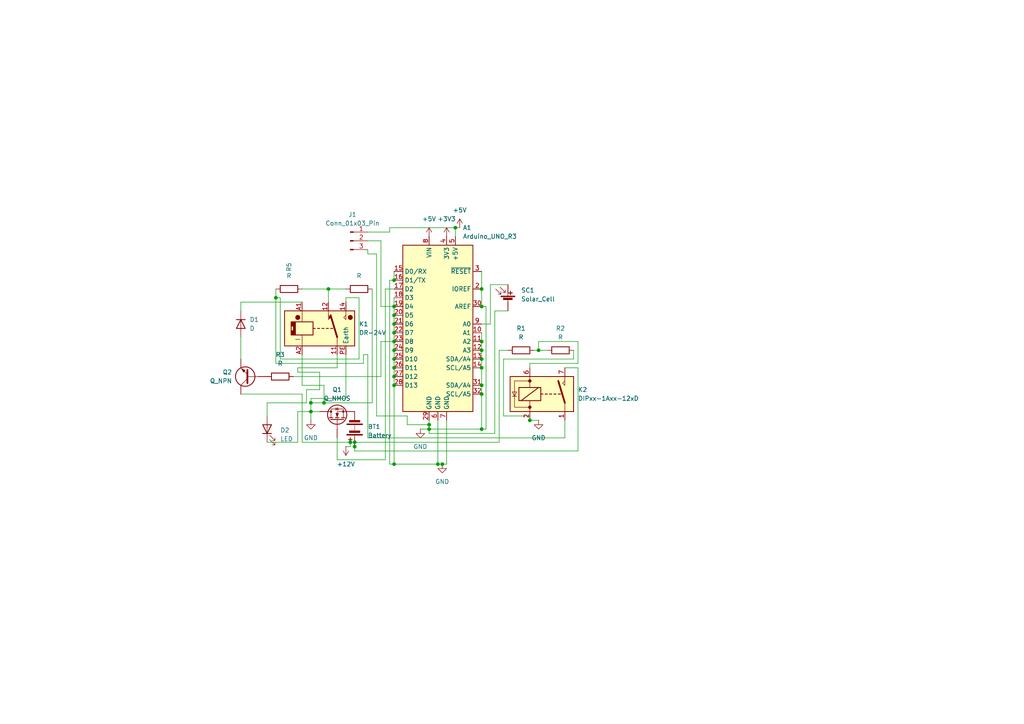
<source format=kicad_sch>
(kicad_sch
	(version 20250114)
	(generator "eeschema")
	(generator_version "9.0")
	(uuid "9bf78da6-767d-41d7-93ab-7949183b6d74")
	(paper "A4")
	(lib_symbols
		(symbol "Connector:Conn_01x03_Pin"
			(pin_names
				(offset 1.016)
				(hide yes)
			)
			(exclude_from_sim no)
			(in_bom yes)
			(on_board yes)
			(property "Reference" "J"
				(at 0 5.08 0)
				(effects
					(font
						(size 1.27 1.27)
					)
				)
			)
			(property "Value" "Conn_01x03_Pin"
				(at 0 -5.08 0)
				(effects
					(font
						(size 1.27 1.27)
					)
				)
			)
			(property "Footprint" ""
				(at 0 0 0)
				(effects
					(font
						(size 1.27 1.27)
					)
					(hide yes)
				)
			)
			(property "Datasheet" "~"
				(at 0 0 0)
				(effects
					(font
						(size 1.27 1.27)
					)
					(hide yes)
				)
			)
			(property "Description" "Generic connector, single row, 01x03, script generated"
				(at 0 0 0)
				(effects
					(font
						(size 1.27 1.27)
					)
					(hide yes)
				)
			)
			(property "ki_locked" ""
				(at 0 0 0)
				(effects
					(font
						(size 1.27 1.27)
					)
				)
			)
			(property "ki_keywords" "connector"
				(at 0 0 0)
				(effects
					(font
						(size 1.27 1.27)
					)
					(hide yes)
				)
			)
			(property "ki_fp_filters" "Connector*:*_1x??_*"
				(at 0 0 0)
				(effects
					(font
						(size 1.27 1.27)
					)
					(hide yes)
				)
			)
			(symbol "Conn_01x03_Pin_1_1"
				(rectangle
					(start 0.8636 2.667)
					(end 0 2.413)
					(stroke
						(width 0.1524)
						(type default)
					)
					(fill
						(type outline)
					)
				)
				(rectangle
					(start 0.8636 0.127)
					(end 0 -0.127)
					(stroke
						(width 0.1524)
						(type default)
					)
					(fill
						(type outline)
					)
				)
				(rectangle
					(start 0.8636 -2.413)
					(end 0 -2.667)
					(stroke
						(width 0.1524)
						(type default)
					)
					(fill
						(type outline)
					)
				)
				(polyline
					(pts
						(xy 1.27 2.54) (xy 0.8636 2.54)
					)
					(stroke
						(width 0.1524)
						(type default)
					)
					(fill
						(type none)
					)
				)
				(polyline
					(pts
						(xy 1.27 0) (xy 0.8636 0)
					)
					(stroke
						(width 0.1524)
						(type default)
					)
					(fill
						(type none)
					)
				)
				(polyline
					(pts
						(xy 1.27 -2.54) (xy 0.8636 -2.54)
					)
					(stroke
						(width 0.1524)
						(type default)
					)
					(fill
						(type none)
					)
				)
				(pin passive line
					(at 5.08 2.54 180)
					(length 3.81)
					(name "Pin_1"
						(effects
							(font
								(size 1.27 1.27)
							)
						)
					)
					(number "1"
						(effects
							(font
								(size 1.27 1.27)
							)
						)
					)
				)
				(pin passive line
					(at 5.08 0 180)
					(length 3.81)
					(name "Pin_2"
						(effects
							(font
								(size 1.27 1.27)
							)
						)
					)
					(number "2"
						(effects
							(font
								(size 1.27 1.27)
							)
						)
					)
				)
				(pin passive line
					(at 5.08 -2.54 180)
					(length 3.81)
					(name "Pin_3"
						(effects
							(font
								(size 1.27 1.27)
							)
						)
					)
					(number "3"
						(effects
							(font
								(size 1.27 1.27)
							)
						)
					)
				)
			)
			(embedded_fonts no)
		)
		(symbol "Device:Battery"
			(pin_numbers
				(hide yes)
			)
			(pin_names
				(offset 0)
				(hide yes)
			)
			(exclude_from_sim no)
			(in_bom yes)
			(on_board yes)
			(property "Reference" "BT"
				(at 2.54 2.54 0)
				(effects
					(font
						(size 1.27 1.27)
					)
					(justify left)
				)
			)
			(property "Value" "Battery"
				(at 2.54 0 0)
				(effects
					(font
						(size 1.27 1.27)
					)
					(justify left)
				)
			)
			(property "Footprint" ""
				(at 0 1.524 90)
				(effects
					(font
						(size 1.27 1.27)
					)
					(hide yes)
				)
			)
			(property "Datasheet" "~"
				(at 0 1.524 90)
				(effects
					(font
						(size 1.27 1.27)
					)
					(hide yes)
				)
			)
			(property "Description" "Multiple-cell battery"
				(at 0 0 0)
				(effects
					(font
						(size 1.27 1.27)
					)
					(hide yes)
				)
			)
			(property "ki_keywords" "batt voltage-source cell"
				(at 0 0 0)
				(effects
					(font
						(size 1.27 1.27)
					)
					(hide yes)
				)
			)
			(symbol "Battery_0_1"
				(rectangle
					(start -2.286 1.778)
					(end 2.286 1.524)
					(stroke
						(width 0)
						(type default)
					)
					(fill
						(type outline)
					)
				)
				(rectangle
					(start -2.286 -1.27)
					(end 2.286 -1.524)
					(stroke
						(width 0)
						(type default)
					)
					(fill
						(type outline)
					)
				)
				(rectangle
					(start -1.524 1.016)
					(end 1.524 0.508)
					(stroke
						(width 0)
						(type default)
					)
					(fill
						(type outline)
					)
				)
				(rectangle
					(start -1.524 -2.032)
					(end 1.524 -2.54)
					(stroke
						(width 0)
						(type default)
					)
					(fill
						(type outline)
					)
				)
				(polyline
					(pts
						(xy 0 1.778) (xy 0 2.54)
					)
					(stroke
						(width 0)
						(type default)
					)
					(fill
						(type none)
					)
				)
				(polyline
					(pts
						(xy 0 0) (xy 0 0.254)
					)
					(stroke
						(width 0)
						(type default)
					)
					(fill
						(type none)
					)
				)
				(polyline
					(pts
						(xy 0 -0.508) (xy 0 -0.254)
					)
					(stroke
						(width 0)
						(type default)
					)
					(fill
						(type none)
					)
				)
				(polyline
					(pts
						(xy 0 -1.016) (xy 0 -0.762)
					)
					(stroke
						(width 0)
						(type default)
					)
					(fill
						(type none)
					)
				)
				(polyline
					(pts
						(xy 0.762 3.048) (xy 1.778 3.048)
					)
					(stroke
						(width 0.254)
						(type default)
					)
					(fill
						(type none)
					)
				)
				(polyline
					(pts
						(xy 1.27 3.556) (xy 1.27 2.54)
					)
					(stroke
						(width 0.254)
						(type default)
					)
					(fill
						(type none)
					)
				)
			)
			(symbol "Battery_1_1"
				(pin passive line
					(at 0 5.08 270)
					(length 2.54)
					(name "+"
						(effects
							(font
								(size 1.27 1.27)
							)
						)
					)
					(number "1"
						(effects
							(font
								(size 1.27 1.27)
							)
						)
					)
				)
				(pin passive line
					(at 0 -5.08 90)
					(length 2.54)
					(name "-"
						(effects
							(font
								(size 1.27 1.27)
							)
						)
					)
					(number "2"
						(effects
							(font
								(size 1.27 1.27)
							)
						)
					)
				)
			)
			(embedded_fonts no)
		)
		(symbol "Device:D"
			(pin_numbers
				(hide yes)
			)
			(pin_names
				(offset 1.016)
				(hide yes)
			)
			(exclude_from_sim no)
			(in_bom yes)
			(on_board yes)
			(property "Reference" "D"
				(at 0 2.54 0)
				(effects
					(font
						(size 1.27 1.27)
					)
				)
			)
			(property "Value" "D"
				(at 0 -2.54 0)
				(effects
					(font
						(size 1.27 1.27)
					)
				)
			)
			(property "Footprint" ""
				(at 0 0 0)
				(effects
					(font
						(size 1.27 1.27)
					)
					(hide yes)
				)
			)
			(property "Datasheet" "~"
				(at 0 0 0)
				(effects
					(font
						(size 1.27 1.27)
					)
					(hide yes)
				)
			)
			(property "Description" "Diode"
				(at 0 0 0)
				(effects
					(font
						(size 1.27 1.27)
					)
					(hide yes)
				)
			)
			(property "Sim.Device" "D"
				(at 0 0 0)
				(effects
					(font
						(size 1.27 1.27)
					)
					(hide yes)
				)
			)
			(property "Sim.Pins" "1=K 2=A"
				(at 0 0 0)
				(effects
					(font
						(size 1.27 1.27)
					)
					(hide yes)
				)
			)
			(property "ki_keywords" "diode"
				(at 0 0 0)
				(effects
					(font
						(size 1.27 1.27)
					)
					(hide yes)
				)
			)
			(property "ki_fp_filters" "TO-???* *_Diode_* *SingleDiode* D_*"
				(at 0 0 0)
				(effects
					(font
						(size 1.27 1.27)
					)
					(hide yes)
				)
			)
			(symbol "D_0_1"
				(polyline
					(pts
						(xy -1.27 1.27) (xy -1.27 -1.27)
					)
					(stroke
						(width 0.254)
						(type default)
					)
					(fill
						(type none)
					)
				)
				(polyline
					(pts
						(xy 1.27 1.27) (xy 1.27 -1.27) (xy -1.27 0) (xy 1.27 1.27)
					)
					(stroke
						(width 0.254)
						(type default)
					)
					(fill
						(type none)
					)
				)
				(polyline
					(pts
						(xy 1.27 0) (xy -1.27 0)
					)
					(stroke
						(width 0)
						(type default)
					)
					(fill
						(type none)
					)
				)
			)
			(symbol "D_1_1"
				(pin passive line
					(at -3.81 0 0)
					(length 2.54)
					(name "K"
						(effects
							(font
								(size 1.27 1.27)
							)
						)
					)
					(number "1"
						(effects
							(font
								(size 1.27 1.27)
							)
						)
					)
				)
				(pin passive line
					(at 3.81 0 180)
					(length 2.54)
					(name "A"
						(effects
							(font
								(size 1.27 1.27)
							)
						)
					)
					(number "2"
						(effects
							(font
								(size 1.27 1.27)
							)
						)
					)
				)
			)
			(embedded_fonts no)
		)
		(symbol "Device:LED"
			(pin_numbers
				(hide yes)
			)
			(pin_names
				(offset 1.016)
				(hide yes)
			)
			(exclude_from_sim no)
			(in_bom yes)
			(on_board yes)
			(property "Reference" "D"
				(at 0 2.54 0)
				(effects
					(font
						(size 1.27 1.27)
					)
				)
			)
			(property "Value" "LED"
				(at 0 -2.54 0)
				(effects
					(font
						(size 1.27 1.27)
					)
				)
			)
			(property "Footprint" ""
				(at 0 0 0)
				(effects
					(font
						(size 1.27 1.27)
					)
					(hide yes)
				)
			)
			(property "Datasheet" "~"
				(at 0 0 0)
				(effects
					(font
						(size 1.27 1.27)
					)
					(hide yes)
				)
			)
			(property "Description" "Light emitting diode"
				(at 0 0 0)
				(effects
					(font
						(size 1.27 1.27)
					)
					(hide yes)
				)
			)
			(property "Sim.Pins" "1=K 2=A"
				(at 0 0 0)
				(effects
					(font
						(size 1.27 1.27)
					)
					(hide yes)
				)
			)
			(property "ki_keywords" "LED diode"
				(at 0 0 0)
				(effects
					(font
						(size 1.27 1.27)
					)
					(hide yes)
				)
			)
			(property "ki_fp_filters" "LED* LED_SMD:* LED_THT:*"
				(at 0 0 0)
				(effects
					(font
						(size 1.27 1.27)
					)
					(hide yes)
				)
			)
			(symbol "LED_0_1"
				(polyline
					(pts
						(xy -3.048 -0.762) (xy -4.572 -2.286) (xy -3.81 -2.286) (xy -4.572 -2.286) (xy -4.572 -1.524)
					)
					(stroke
						(width 0)
						(type default)
					)
					(fill
						(type none)
					)
				)
				(polyline
					(pts
						(xy -1.778 -0.762) (xy -3.302 -2.286) (xy -2.54 -2.286) (xy -3.302 -2.286) (xy -3.302 -1.524)
					)
					(stroke
						(width 0)
						(type default)
					)
					(fill
						(type none)
					)
				)
				(polyline
					(pts
						(xy -1.27 0) (xy 1.27 0)
					)
					(stroke
						(width 0)
						(type default)
					)
					(fill
						(type none)
					)
				)
				(polyline
					(pts
						(xy -1.27 -1.27) (xy -1.27 1.27)
					)
					(stroke
						(width 0.254)
						(type default)
					)
					(fill
						(type none)
					)
				)
				(polyline
					(pts
						(xy 1.27 -1.27) (xy 1.27 1.27) (xy -1.27 0) (xy 1.27 -1.27)
					)
					(stroke
						(width 0.254)
						(type default)
					)
					(fill
						(type none)
					)
				)
			)
			(symbol "LED_1_1"
				(pin passive line
					(at -3.81 0 0)
					(length 2.54)
					(name "K"
						(effects
							(font
								(size 1.27 1.27)
							)
						)
					)
					(number "1"
						(effects
							(font
								(size 1.27 1.27)
							)
						)
					)
				)
				(pin passive line
					(at 3.81 0 180)
					(length 2.54)
					(name "A"
						(effects
							(font
								(size 1.27 1.27)
							)
						)
					)
					(number "2"
						(effects
							(font
								(size 1.27 1.27)
							)
						)
					)
				)
			)
			(embedded_fonts no)
		)
		(symbol "Device:Q_NMOS"
			(pin_numbers
				(hide yes)
			)
			(pin_names
				(offset 0)
				(hide yes)
			)
			(exclude_from_sim no)
			(in_bom yes)
			(on_board yes)
			(property "Reference" "Q"
				(at 5.08 1.27 0)
				(effects
					(font
						(size 1.27 1.27)
					)
					(justify left)
				)
			)
			(property "Value" "Q_NMOS"
				(at 5.08 -1.27 0)
				(effects
					(font
						(size 1.27 1.27)
					)
					(justify left)
				)
			)
			(property "Footprint" ""
				(at 5.08 2.54 0)
				(effects
					(font
						(size 1.27 1.27)
					)
					(hide yes)
				)
			)
			(property "Datasheet" "~"
				(at 0 0 0)
				(effects
					(font
						(size 1.27 1.27)
					)
					(hide yes)
				)
			)
			(property "Description" "N-MOSFET transistor"
				(at 0 0 0)
				(effects
					(font
						(size 1.27 1.27)
					)
					(hide yes)
				)
			)
			(property "ki_keywords" "NMOS N-MOS"
				(at 0 0 0)
				(effects
					(font
						(size 1.27 1.27)
					)
					(hide yes)
				)
			)
			(symbol "Q_NMOS_0_1"
				(polyline
					(pts
						(xy 0.254 1.905) (xy 0.254 -1.905)
					)
					(stroke
						(width 0.254)
						(type default)
					)
					(fill
						(type none)
					)
				)
				(polyline
					(pts
						(xy 0.254 0) (xy -2.54 0)
					)
					(stroke
						(width 0)
						(type default)
					)
					(fill
						(type none)
					)
				)
				(polyline
					(pts
						(xy 0.762 2.286) (xy 0.762 1.27)
					)
					(stroke
						(width 0.254)
						(type default)
					)
					(fill
						(type none)
					)
				)
				(polyline
					(pts
						(xy 0.762 0.508) (xy 0.762 -0.508)
					)
					(stroke
						(width 0.254)
						(type default)
					)
					(fill
						(type none)
					)
				)
				(polyline
					(pts
						(xy 0.762 -1.27) (xy 0.762 -2.286)
					)
					(stroke
						(width 0.254)
						(type default)
					)
					(fill
						(type none)
					)
				)
				(polyline
					(pts
						(xy 0.762 -1.778) (xy 3.302 -1.778) (xy 3.302 1.778) (xy 0.762 1.778)
					)
					(stroke
						(width 0)
						(type default)
					)
					(fill
						(type none)
					)
				)
				(polyline
					(pts
						(xy 1.016 0) (xy 2.032 0.381) (xy 2.032 -0.381) (xy 1.016 0)
					)
					(stroke
						(width 0)
						(type default)
					)
					(fill
						(type outline)
					)
				)
				(circle
					(center 1.651 0)
					(radius 2.794)
					(stroke
						(width 0.254)
						(type default)
					)
					(fill
						(type none)
					)
				)
				(polyline
					(pts
						(xy 2.54 2.54) (xy 2.54 1.778)
					)
					(stroke
						(width 0)
						(type default)
					)
					(fill
						(type none)
					)
				)
				(circle
					(center 2.54 1.778)
					(radius 0.254)
					(stroke
						(width 0)
						(type default)
					)
					(fill
						(type outline)
					)
				)
				(circle
					(center 2.54 -1.778)
					(radius 0.254)
					(stroke
						(width 0)
						(type default)
					)
					(fill
						(type outline)
					)
				)
				(polyline
					(pts
						(xy 2.54 -2.54) (xy 2.54 0) (xy 0.762 0)
					)
					(stroke
						(width 0)
						(type default)
					)
					(fill
						(type none)
					)
				)
				(polyline
					(pts
						(xy 2.921 0.381) (xy 3.683 0.381)
					)
					(stroke
						(width 0)
						(type default)
					)
					(fill
						(type none)
					)
				)
				(polyline
					(pts
						(xy 3.302 0.381) (xy 2.921 -0.254) (xy 3.683 -0.254) (xy 3.302 0.381)
					)
					(stroke
						(width 0)
						(type default)
					)
					(fill
						(type none)
					)
				)
			)
			(symbol "Q_NMOS_1_1"
				(pin input line
					(at -5.08 0 0)
					(length 2.54)
					(name "G"
						(effects
							(font
								(size 1.27 1.27)
							)
						)
					)
					(number "G"
						(effects
							(font
								(size 1.27 1.27)
							)
						)
					)
				)
				(pin passive line
					(at 2.54 5.08 270)
					(length 2.54)
					(name "D"
						(effects
							(font
								(size 1.27 1.27)
							)
						)
					)
					(number "D"
						(effects
							(font
								(size 1.27 1.27)
							)
						)
					)
				)
				(pin passive line
					(at 2.54 -5.08 90)
					(length 2.54)
					(name "S"
						(effects
							(font
								(size 1.27 1.27)
							)
						)
					)
					(number "S"
						(effects
							(font
								(size 1.27 1.27)
							)
						)
					)
				)
			)
			(embedded_fonts no)
		)
		(symbol "Device:Q_NPN"
			(pin_numbers
				(hide yes)
			)
			(pin_names
				(offset 0)
				(hide yes)
			)
			(exclude_from_sim no)
			(in_bom yes)
			(on_board yes)
			(property "Reference" "Q"
				(at 5.08 1.27 0)
				(effects
					(font
						(size 1.27 1.27)
					)
					(justify left)
				)
			)
			(property "Value" "Q_NPN"
				(at 5.08 -1.27 0)
				(effects
					(font
						(size 1.27 1.27)
					)
					(justify left)
				)
			)
			(property "Footprint" ""
				(at 5.08 2.54 0)
				(effects
					(font
						(size 1.27 1.27)
					)
					(hide yes)
				)
			)
			(property "Datasheet" "~"
				(at 0 0 0)
				(effects
					(font
						(size 1.27 1.27)
					)
					(hide yes)
				)
			)
			(property "Description" "NPN bipolar junction transistor"
				(at 0 0 0)
				(effects
					(font
						(size 1.27 1.27)
					)
					(hide yes)
				)
			)
			(property "ki_keywords" "BJT"
				(at 0 0 0)
				(effects
					(font
						(size 1.27 1.27)
					)
					(hide yes)
				)
			)
			(symbol "Q_NPN_0_1"
				(polyline
					(pts
						(xy -2.54 0) (xy 0.635 0)
					)
					(stroke
						(width 0)
						(type default)
					)
					(fill
						(type none)
					)
				)
				(polyline
					(pts
						(xy 0.635 1.905) (xy 0.635 -1.905)
					)
					(stroke
						(width 0.508)
						(type default)
					)
					(fill
						(type none)
					)
				)
				(polyline
					(pts
						(xy 0.635 0.635) (xy 2.54 2.54)
					)
					(stroke
						(width 0)
						(type default)
					)
					(fill
						(type none)
					)
				)
				(polyline
					(pts
						(xy 0.635 -0.635) (xy 2.54 -2.54)
					)
					(stroke
						(width 0)
						(type default)
					)
					(fill
						(type none)
					)
				)
				(circle
					(center 1.27 0)
					(radius 2.8194)
					(stroke
						(width 0.254)
						(type default)
					)
					(fill
						(type none)
					)
				)
				(polyline
					(pts
						(xy 1.27 -1.778) (xy 1.778 -1.27) (xy 2.286 -2.286) (xy 1.27 -1.778)
					)
					(stroke
						(width 0)
						(type default)
					)
					(fill
						(type outline)
					)
				)
			)
			(symbol "Q_NPN_1_1"
				(pin input line
					(at -5.08 0 0)
					(length 2.54)
					(name "B"
						(effects
							(font
								(size 1.27 1.27)
							)
						)
					)
					(number "B"
						(effects
							(font
								(size 1.27 1.27)
							)
						)
					)
				)
				(pin passive line
					(at 2.54 5.08 270)
					(length 2.54)
					(name "C"
						(effects
							(font
								(size 1.27 1.27)
							)
						)
					)
					(number "C"
						(effects
							(font
								(size 1.27 1.27)
							)
						)
					)
				)
				(pin passive line
					(at 2.54 -5.08 90)
					(length 2.54)
					(name "E"
						(effects
							(font
								(size 1.27 1.27)
							)
						)
					)
					(number "E"
						(effects
							(font
								(size 1.27 1.27)
							)
						)
					)
				)
			)
			(embedded_fonts no)
		)
		(symbol "Device:R"
			(pin_numbers
				(hide yes)
			)
			(pin_names
				(offset 0)
			)
			(exclude_from_sim no)
			(in_bom yes)
			(on_board yes)
			(property "Reference" "R"
				(at 2.032 0 90)
				(effects
					(font
						(size 1.27 1.27)
					)
				)
			)
			(property "Value" "R"
				(at 0 0 90)
				(effects
					(font
						(size 1.27 1.27)
					)
				)
			)
			(property "Footprint" ""
				(at -1.778 0 90)
				(effects
					(font
						(size 1.27 1.27)
					)
					(hide yes)
				)
			)
			(property "Datasheet" "~"
				(at 0 0 0)
				(effects
					(font
						(size 1.27 1.27)
					)
					(hide yes)
				)
			)
			(property "Description" "Resistor"
				(at 0 0 0)
				(effects
					(font
						(size 1.27 1.27)
					)
					(hide yes)
				)
			)
			(property "ki_keywords" "R res resistor"
				(at 0 0 0)
				(effects
					(font
						(size 1.27 1.27)
					)
					(hide yes)
				)
			)
			(property "ki_fp_filters" "R_*"
				(at 0 0 0)
				(effects
					(font
						(size 1.27 1.27)
					)
					(hide yes)
				)
			)
			(symbol "R_0_1"
				(rectangle
					(start -1.016 -2.54)
					(end 1.016 2.54)
					(stroke
						(width 0.254)
						(type default)
					)
					(fill
						(type none)
					)
				)
			)
			(symbol "R_1_1"
				(pin passive line
					(at 0 3.81 270)
					(length 1.27)
					(name "~"
						(effects
							(font
								(size 1.27 1.27)
							)
						)
					)
					(number "1"
						(effects
							(font
								(size 1.27 1.27)
							)
						)
					)
				)
				(pin passive line
					(at 0 -3.81 90)
					(length 1.27)
					(name "~"
						(effects
							(font
								(size 1.27 1.27)
							)
						)
					)
					(number "2"
						(effects
							(font
								(size 1.27 1.27)
							)
						)
					)
				)
			)
			(embedded_fonts no)
		)
		(symbol "Device:Solar_Cell"
			(pin_numbers
				(hide yes)
			)
			(pin_names
				(offset 0)
				(hide yes)
			)
			(exclude_from_sim no)
			(in_bom yes)
			(on_board yes)
			(property "Reference" "SC"
				(at 2.54 2.54 0)
				(effects
					(font
						(size 1.27 1.27)
					)
					(justify left)
				)
			)
			(property "Value" "Solar_Cell"
				(at 2.54 0 0)
				(effects
					(font
						(size 1.27 1.27)
					)
					(justify left)
				)
			)
			(property "Footprint" ""
				(at 0 1.524 90)
				(effects
					(font
						(size 1.27 1.27)
					)
					(hide yes)
				)
			)
			(property "Datasheet" "~"
				(at 0 1.524 90)
				(effects
					(font
						(size 1.27 1.27)
					)
					(hide yes)
				)
			)
			(property "Description" "Single solar cell"
				(at 0 0 0)
				(effects
					(font
						(size 1.27 1.27)
					)
					(hide yes)
				)
			)
			(property "ki_keywords" "solar cell"
				(at 0 0 0)
				(effects
					(font
						(size 1.27 1.27)
					)
					(hide yes)
				)
			)
			(symbol "Solar_Cell_0_1"
				(polyline
					(pts
						(xy -2.032 3.048) (xy -2.032 2.286) (xy -2.794 2.286)
					)
					(stroke
						(width 0)
						(type default)
					)
					(fill
						(type none)
					)
				)
				(polyline
					(pts
						(xy -2.032 2.286) (xy -3.556 3.81)
					)
					(stroke
						(width 0)
						(type default)
					)
					(fill
						(type none)
					)
				)
				(rectangle
					(start -2.032 1.778)
					(end 2.032 1.524)
					(stroke
						(width 0)
						(type default)
					)
					(fill
						(type outline)
					)
				)
				(rectangle
					(start -1.3208 1.1938)
					(end 1.27 0.6858)
					(stroke
						(width 0)
						(type default)
					)
					(fill
						(type outline)
					)
				)
				(polyline
					(pts
						(xy -0.762 3.556) (xy -0.762 2.794) (xy -1.524 2.794)
					)
					(stroke
						(width 0)
						(type default)
					)
					(fill
						(type none)
					)
				)
				(polyline
					(pts
						(xy -0.762 2.794) (xy -2.286 4.318)
					)
					(stroke
						(width 0)
						(type default)
					)
					(fill
						(type none)
					)
				)
				(polyline
					(pts
						(xy 0 1.778) (xy 0 2.54)
					)
					(stroke
						(width 0)
						(type default)
					)
					(fill
						(type none)
					)
				)
				(polyline
					(pts
						(xy 0 0.762) (xy 0 0)
					)
					(stroke
						(width 0)
						(type default)
					)
					(fill
						(type none)
					)
				)
				(polyline
					(pts
						(xy 0.254 2.667) (xy 1.27 2.667)
					)
					(stroke
						(width 0.254)
						(type default)
					)
					(fill
						(type none)
					)
				)
				(polyline
					(pts
						(xy 0.762 3.175) (xy 0.762 2.159)
					)
					(stroke
						(width 0.254)
						(type default)
					)
					(fill
						(type none)
					)
				)
			)
			(symbol "Solar_Cell_1_1"
				(pin passive line
					(at 0 5.08 270)
					(length 2.54)
					(name "+"
						(effects
							(font
								(size 1.27 1.27)
							)
						)
					)
					(number "1"
						(effects
							(font
								(size 1.27 1.27)
							)
						)
					)
				)
				(pin passive line
					(at 0 -2.54 90)
					(length 2.54)
					(name "-"
						(effects
							(font
								(size 1.27 1.27)
							)
						)
					)
					(number "2"
						(effects
							(font
								(size 1.27 1.27)
							)
						)
					)
				)
			)
			(embedded_fonts no)
		)
		(symbol "New_Library:Arduino_UNO_R3"
			(exclude_from_sim no)
			(in_bom yes)
			(on_board yes)
			(property "Reference" "A"
				(at -10.16 23.495 0)
				(effects
					(font
						(size 1.27 1.27)
					)
					(justify left bottom)
				)
			)
			(property "Value" "Arduino_UNO_R3"
				(at 5.08 -26.67 0)
				(effects
					(font
						(size 1.27 1.27)
					)
					(justify left top)
				)
			)
			(property "Footprint" "Module:Arduino_UNO_R3"
				(at 0 0 0)
				(effects
					(font
						(size 1.27 1.27)
						(italic yes)
					)
					(hide yes)
				)
			)
			(property "Datasheet" "https://www.arduino.cc/en/Main/arduinoBoardUno"
				(at 0 0 0)
				(effects
					(font
						(size 1.27 1.27)
					)
					(hide yes)
				)
			)
			(property "Description" "Arduino UNO Microcontroller Module, release 3"
				(at 0 0 0)
				(effects
					(font
						(size 1.27 1.27)
					)
					(hide yes)
				)
			)
			(property "ki_keywords" "Arduino UNO R3 Microcontroller Module Atmel AVR USB"
				(at 0 0 0)
				(effects
					(font
						(size 1.27 1.27)
					)
					(hide yes)
				)
			)
			(property "ki_fp_filters" "Arduino*UNO*R3*"
				(at 0 0 0)
				(effects
					(font
						(size 1.27 1.27)
					)
					(hide yes)
				)
			)
			(symbol "Arduino_UNO_R3_0_1"
				(rectangle
					(start -10.16 22.86)
					(end 10.16 -25.4)
					(stroke
						(width 0.254)
						(type default)
					)
					(fill
						(type background)
					)
				)
			)
			(symbol "Arduino_UNO_R3_1_1"
				(pin bidirectional line
					(at -12.7 15.24 0)
					(length 2.54)
					(name "D0/RX"
						(effects
							(font
								(size 1.27 1.27)
							)
						)
					)
					(number "15"
						(effects
							(font
								(size 1.27 1.27)
							)
						)
					)
				)
				(pin bidirectional line
					(at -12.7 12.7 0)
					(length 2.54)
					(name "D1/TX"
						(effects
							(font
								(size 1.27 1.27)
							)
						)
					)
					(number "16"
						(effects
							(font
								(size 1.27 1.27)
							)
						)
					)
				)
				(pin bidirectional line
					(at -12.7 10.16 0)
					(length 2.54)
					(name "D2"
						(effects
							(font
								(size 1.27 1.27)
							)
						)
					)
					(number "17"
						(effects
							(font
								(size 1.27 1.27)
							)
						)
					)
				)
				(pin bidirectional line
					(at -12.7 7.62 0)
					(length 2.54)
					(name "D3"
						(effects
							(font
								(size 1.27 1.27)
							)
						)
					)
					(number "18"
						(effects
							(font
								(size 1.27 1.27)
							)
						)
					)
				)
				(pin bidirectional line
					(at -12.7 5.08 0)
					(length 2.54)
					(name "D4"
						(effects
							(font
								(size 1.27 1.27)
							)
						)
					)
					(number "19"
						(effects
							(font
								(size 1.27 1.27)
							)
						)
					)
				)
				(pin bidirectional line
					(at -12.7 2.54 0)
					(length 2.54)
					(name "D5"
						(effects
							(font
								(size 1.27 1.27)
							)
						)
					)
					(number "20"
						(effects
							(font
								(size 1.27 1.27)
							)
						)
					)
				)
				(pin bidirectional line
					(at -12.7 0 0)
					(length 2.54)
					(name "D6"
						(effects
							(font
								(size 1.27 1.27)
							)
						)
					)
					(number "21"
						(effects
							(font
								(size 1.27 1.27)
							)
						)
					)
				)
				(pin bidirectional line
					(at -12.7 -2.54 0)
					(length 2.54)
					(name "D7"
						(effects
							(font
								(size 1.27 1.27)
							)
						)
					)
					(number "22"
						(effects
							(font
								(size 1.27 1.27)
							)
						)
					)
				)
				(pin bidirectional line
					(at -12.7 -5.08 0)
					(length 2.54)
					(name "D8"
						(effects
							(font
								(size 1.27 1.27)
							)
						)
					)
					(number "23"
						(effects
							(font
								(size 1.27 1.27)
							)
						)
					)
				)
				(pin bidirectional line
					(at -12.7 -7.62 0)
					(length 2.54)
					(name "D9"
						(effects
							(font
								(size 1.27 1.27)
							)
						)
					)
					(number "24"
						(effects
							(font
								(size 1.27 1.27)
							)
						)
					)
				)
				(pin bidirectional line
					(at -12.7 -10.16 0)
					(length 2.54)
					(name "D10"
						(effects
							(font
								(size 1.27 1.27)
							)
						)
					)
					(number "25"
						(effects
							(font
								(size 1.27 1.27)
							)
						)
					)
				)
				(pin bidirectional line
					(at -12.7 -12.7 0)
					(length 2.54)
					(name "D11"
						(effects
							(font
								(size 1.27 1.27)
							)
						)
					)
					(number "26"
						(effects
							(font
								(size 1.27 1.27)
							)
						)
					)
				)
				(pin bidirectional line
					(at -12.7 -15.24 0)
					(length 2.54)
					(name "D12"
						(effects
							(font
								(size 1.27 1.27)
							)
						)
					)
					(number "27"
						(effects
							(font
								(size 1.27 1.27)
							)
						)
					)
				)
				(pin bidirectional line
					(at -12.7 -17.78 0)
					(length 2.54)
					(name "D13"
						(effects
							(font
								(size 1.27 1.27)
							)
						)
					)
					(number "28"
						(effects
							(font
								(size 1.27 1.27)
							)
						)
					)
				)
				(pin no_connect line
					(at -10.16 -20.32 0)
					(length 2.54)
					(hide yes)
					(name "NC"
						(effects
							(font
								(size 1.27 1.27)
							)
						)
					)
					(number "1"
						(effects
							(font
								(size 1.27 1.27)
							)
						)
					)
				)
				(pin power_in line
					(at -2.54 25.4 270)
					(length 2.54)
					(name "VIN"
						(effects
							(font
								(size 1.27 1.27)
							)
						)
					)
					(number "8"
						(effects
							(font
								(size 1.27 1.27)
							)
						)
					)
				)
				(pin power_in line
					(at -2.54 -27.94 90)
					(length 2.54)
					(name "GND"
						(effects
							(font
								(size 1.27 1.27)
							)
						)
					)
					(number "29"
						(effects
							(font
								(size 1.27 1.27)
							)
						)
					)
				)
				(pin power_in line
					(at 0 -27.94 90)
					(length 2.54)
					(name "GND"
						(effects
							(font
								(size 1.27 1.27)
							)
						)
					)
					(number "6"
						(effects
							(font
								(size 1.27 1.27)
							)
						)
					)
				)
				(pin power_out line
					(at 2.54 25.4 270)
					(length 2.54)
					(name "3V3"
						(effects
							(font
								(size 1.27 1.27)
							)
						)
					)
					(number "4"
						(effects
							(font
								(size 1.27 1.27)
							)
						)
					)
				)
				(pin power_in line
					(at 2.54 -27.94 90)
					(length 2.54)
					(name "GND"
						(effects
							(font
								(size 1.27 1.27)
							)
						)
					)
					(number "7"
						(effects
							(font
								(size 1.27 1.27)
							)
						)
					)
				)
				(pin power_out line
					(at 5.08 25.4 270)
					(length 2.54)
					(name "+5V"
						(effects
							(font
								(size 1.27 1.27)
							)
						)
					)
					(number "5"
						(effects
							(font
								(size 1.27 1.27)
							)
						)
					)
				)
				(pin input line
					(at 12.7 15.24 180)
					(length 2.54)
					(name "~{RESET}"
						(effects
							(font
								(size 1.27 1.27)
							)
						)
					)
					(number "3"
						(effects
							(font
								(size 1.27 1.27)
							)
						)
					)
				)
				(pin output line
					(at 12.7 10.16 180)
					(length 2.54)
					(name "IOREF"
						(effects
							(font
								(size 1.27 1.27)
							)
						)
					)
					(number "2"
						(effects
							(font
								(size 1.27 1.27)
							)
						)
					)
				)
				(pin input line
					(at 12.7 5.08 180)
					(length 2.54)
					(name "AREF"
						(effects
							(font
								(size 1.27 1.27)
							)
						)
					)
					(number "30"
						(effects
							(font
								(size 1.27 1.27)
							)
						)
					)
				)
				(pin bidirectional line
					(at 12.7 0 180)
					(length 2.54)
					(name "A0"
						(effects
							(font
								(size 1.27 1.27)
							)
						)
					)
					(number "9"
						(effects
							(font
								(size 1.27 1.27)
							)
						)
					)
				)
				(pin bidirectional line
					(at 12.7 -2.54 180)
					(length 2.54)
					(name "A1"
						(effects
							(font
								(size 1.27 1.27)
							)
						)
					)
					(number "10"
						(effects
							(font
								(size 1.27 1.27)
							)
						)
					)
				)
				(pin bidirectional line
					(at 12.7 -5.08 180)
					(length 2.54)
					(name "A2"
						(effects
							(font
								(size 1.27 1.27)
							)
						)
					)
					(number "11"
						(effects
							(font
								(size 1.27 1.27)
							)
						)
					)
				)
				(pin bidirectional line
					(at 12.7 -7.62 180)
					(length 2.54)
					(name "A3"
						(effects
							(font
								(size 1.27 1.27)
							)
						)
					)
					(number "12"
						(effects
							(font
								(size 1.27 1.27)
							)
						)
					)
				)
				(pin bidirectional line
					(at 12.7 -10.16 180)
					(length 2.54)
					(name "SDA/A4"
						(effects
							(font
								(size 1.27 1.27)
							)
						)
					)
					(number "13"
						(effects
							(font
								(size 1.27 1.27)
							)
						)
					)
				)
				(pin bidirectional line
					(at 12.7 -12.7 180)
					(length 2.54)
					(name "SCL/A5"
						(effects
							(font
								(size 1.27 1.27)
							)
						)
					)
					(number "14"
						(effects
							(font
								(size 1.27 1.27)
							)
						)
					)
				)
				(pin bidirectional line
					(at 12.7 -17.78 180)
					(length 2.54)
					(name "SDA/A4"
						(effects
							(font
								(size 1.27 1.27)
							)
						)
					)
					(number "31"
						(effects
							(font
								(size 1.27 1.27)
							)
						)
					)
				)
				(pin bidirectional line
					(at 12.7 -20.32 180)
					(length 2.54)
					(name "SCL/A5"
						(effects
							(font
								(size 1.27 1.27)
							)
						)
					)
					(number "32"
						(effects
							(font
								(size 1.27 1.27)
							)
						)
					)
				)
			)
			(embedded_fonts no)
		)
		(symbol "Relay:DIPxx-1Axx-12xD"
			(exclude_from_sim no)
			(in_bom yes)
			(on_board yes)
			(property "Reference" "K"
				(at 8.89 3.81 0)
				(effects
					(font
						(size 1.27 1.27)
					)
					(justify left)
				)
			)
			(property "Value" "DIPxx-1Axx-12xD"
				(at 8.89 1.27 0)
				(effects
					(font
						(size 1.27 1.27)
					)
					(justify left)
				)
			)
			(property "Footprint" "Relay_THT:Relay_StandexMeder_DIP_LowProfile"
				(at 8.89 -1.27 0)
				(effects
					(font
						(size 1.27 1.27)
					)
					(justify left)
					(hide yes)
				)
			)
			(property "Datasheet" "https://standexelectronics.com/wp-content/uploads/datasheet_reed_relay_DIP.pdf"
				(at 0 0 0)
				(effects
					(font
						(size 1.27 1.27)
					)
					(hide yes)
				)
			)
			(property "Description" "Standex Meder DIP reed relay, SPST, Closing Contact, including diode"
				(at 0 0 0)
				(effects
					(font
						(size 1.27 1.27)
					)
					(hide yes)
				)
			)
			(property "ki_keywords" "Single Pole Reed Relay SPST"
				(at 0 0 0)
				(effects
					(font
						(size 1.27 1.27)
					)
					(hide yes)
				)
			)
			(property "ki_fp_filters" "Relay*StandexMeder*DIP*LowProfile*"
				(at 0 0 0)
				(effects
					(font
						(size 1.27 1.27)
					)
					(hide yes)
				)
			)
			(symbol "DIPxx-1Axx-12xD_0_0"
				(polyline
					(pts
						(xy 5.08 5.08) (xy 5.08 2.54) (xy 4.445 3.175) (xy 5.08 3.81)
					)
					(stroke
						(width 0)
						(type default)
					)
					(fill
						(type none)
					)
				)
			)
			(symbol "DIPxx-1Axx-12xD_0_1"
				(rectangle
					(start -10.795 5.08)
					(end 7.62 -5.08)
					(stroke
						(width 0.254)
						(type default)
					)
					(fill
						(type background)
					)
				)
				(polyline
					(pts
						(xy -10.16 -0.635) (xy -8.89 -0.635)
					)
					(stroke
						(width 0)
						(type default)
					)
					(fill
						(type none)
					)
				)
				(polyline
					(pts
						(xy -9.525 -0.635) (xy -8.89 0.635) (xy -10.16 0.635) (xy -9.525 -0.635)
					)
					(stroke
						(width 0)
						(type default)
					)
					(fill
						(type none)
					)
				)
				(rectangle
					(start -8.255 1.905)
					(end -1.905 -1.905)
					(stroke
						(width 0.254)
						(type default)
					)
					(fill
						(type none)
					)
				)
				(polyline
					(pts
						(xy -7.62 -1.905) (xy -2.54 1.905)
					)
					(stroke
						(width 0.254)
						(type default)
					)
					(fill
						(type none)
					)
				)
				(polyline
					(pts
						(xy -5.08 5.08) (xy -5.08 1.905)
					)
					(stroke
						(width 0)
						(type default)
					)
					(fill
						(type none)
					)
				)
				(circle
					(center -5.08 3.81)
					(radius 0.4064)
					(stroke
						(width 0)
						(type default)
					)
					(fill
						(type outline)
					)
				)
				(circle
					(center -5.08 -3.81)
					(radius 0.4064)
					(stroke
						(width 0)
						(type default)
					)
					(fill
						(type outline)
					)
				)
				(polyline
					(pts
						(xy -5.08 -3.81) (xy -9.525 -3.81) (xy -9.525 3.81) (xy -5.08 3.81)
					)
					(stroke
						(width 0)
						(type default)
					)
					(fill
						(type none)
					)
				)
				(polyline
					(pts
						(xy -5.08 -5.08) (xy -5.08 -1.905)
					)
					(stroke
						(width 0)
						(type default)
					)
					(fill
						(type none)
					)
				)
				(polyline
					(pts
						(xy -1.905 0) (xy -1.27 0)
					)
					(stroke
						(width 0.254)
						(type default)
					)
					(fill
						(type none)
					)
				)
				(polyline
					(pts
						(xy -0.635 0) (xy 0 0)
					)
					(stroke
						(width 0.254)
						(type default)
					)
					(fill
						(type none)
					)
				)
				(polyline
					(pts
						(xy 0.635 0) (xy 1.27 0)
					)
					(stroke
						(width 0.254)
						(type default)
					)
					(fill
						(type none)
					)
				)
				(polyline
					(pts
						(xy 1.905 0) (xy 2.54 0)
					)
					(stroke
						(width 0.254)
						(type default)
					)
					(fill
						(type none)
					)
				)
				(polyline
					(pts
						(xy 3.175 0) (xy 3.81 0)
					)
					(stroke
						(width 0.254)
						(type default)
					)
					(fill
						(type none)
					)
				)
				(polyline
					(pts
						(xy 5.08 -2.54) (xy 3.175 3.81)
					)
					(stroke
						(width 0.508)
						(type default)
					)
					(fill
						(type none)
					)
				)
				(polyline
					(pts
						(xy 5.08 -2.54) (xy 5.08 -5.08)
					)
					(stroke
						(width 0)
						(type default)
					)
					(fill
						(type none)
					)
				)
			)
			(symbol "DIPxx-1Axx-12xD_1_1"
				(pin passive line
					(at -5.08 7.62 270)
					(length 2.54)
					(name "~"
						(effects
							(font
								(size 1.27 1.27)
							)
						)
					)
					(number "6"
						(effects
							(font
								(size 1.27 1.27)
							)
						)
					)
				)
				(pin passive line
					(at -5.08 -7.62 90)
					(length 2.54)
					(hide yes)
					(name "~"
						(effects
							(font
								(size 1.27 1.27)
							)
						)
					)
					(number "13"
						(effects
							(font
								(size 1.27 1.27)
							)
						)
					)
				)
				(pin passive line
					(at -5.08 -7.62 90)
					(length 2.54)
					(name "~"
						(effects
							(font
								(size 1.27 1.27)
							)
						)
					)
					(number "2"
						(effects
							(font
								(size 1.27 1.27)
							)
						)
					)
				)
				(pin passive line
					(at 5.08 7.62 270)
					(length 2.54)
					(name "~"
						(effects
							(font
								(size 1.27 1.27)
							)
						)
					)
					(number "7"
						(effects
							(font
								(size 1.27 1.27)
							)
						)
					)
				)
				(pin passive line
					(at 5.08 7.62 270)
					(length 2.54)
					(hide yes)
					(name "~"
						(effects
							(font
								(size 1.27 1.27)
							)
						)
					)
					(number "8"
						(effects
							(font
								(size 1.27 1.27)
							)
						)
					)
				)
				(pin passive line
					(at 5.08 -7.62 90)
					(length 2.54)
					(name "~"
						(effects
							(font
								(size 1.27 1.27)
							)
						)
					)
					(number "1"
						(effects
							(font
								(size 1.27 1.27)
							)
						)
					)
				)
				(pin passive line
					(at 5.08 -7.62 90)
					(length 2.54)
					(hide yes)
					(name "~"
						(effects
							(font
								(size 1.27 1.27)
							)
						)
					)
					(number "14"
						(effects
							(font
								(size 1.27 1.27)
							)
						)
					)
				)
			)
			(embedded_fonts no)
		)
		(symbol "Relay:DR-24V"
			(exclude_from_sim no)
			(in_bom yes)
			(on_board yes)
			(property "Reference" "K"
				(at 10.795 3.81 0)
				(effects
					(font
						(size 1.27 1.27)
					)
					(justify left)
				)
			)
			(property "Value" "DR-24V"
				(at 10.795 1.27 0)
				(effects
					(font
						(size 1.27 1.27)
					)
					(justify left)
				)
			)
			(property "Footprint" "Relay_THT:Relay_SPDT_Panasonic_DR"
				(at 0 0 0)
				(effects
					(font
						(size 1.27 1.27)
					)
					(hide yes)
				)
			)
			(property "Datasheet" "https://mediap.industry.panasonic.eu/assets/download-files/import/ds_dr_en_discon.pdf"
				(at 0 0 0)
				(effects
					(font
						(size 1.27 1.27)
					)
					(hide yes)
				)
			)
			(property "Description" "5V DC, Single side stable, Polarized Coil, High speed"
				(at 0 0 0)
				(effects
					(font
						(size 1.27 1.27)
					)
					(hide yes)
				)
			)
			(property "ki_keywords" "highly reliable"
				(at 0 0 0)
				(effects
					(font
						(size 1.27 1.27)
					)
					(hide yes)
				)
			)
			(property "ki_fp_filters" "*Relay*SPDT*Panasonic?DR*"
				(at 0 0 0)
				(effects
					(font
						(size 1.27 1.27)
					)
					(hide yes)
				)
			)
			(symbol "DR-24V_0_0"
				(polyline
					(pts
						(xy 2.54 3.81) (xy 2.54 5.08)
					)
					(stroke
						(width 0)
						(type default)
					)
					(fill
						(type none)
					)
				)
				(polyline
					(pts
						(xy 7.62 3.81) (xy 7.62 5.08)
					)
					(stroke
						(width 0)
						(type default)
					)
					(fill
						(type none)
					)
				)
				(polyline
					(pts
						(xy 7.62 3.81) (xy 7.62 2.54) (xy 6.985 3.175) (xy 7.62 3.81)
					)
					(stroke
						(width 0)
						(type default)
					)
					(fill
						(type none)
					)
				)
			)
			(symbol "DR-24V_0_1"
				(rectangle
					(start -10.16 5.08)
					(end 10.16 -5.08)
					(stroke
						(width 0.254)
						(type default)
					)
					(fill
						(type background)
					)
				)
				(rectangle
					(start -8.255 1.905)
					(end -1.905 -1.905)
					(stroke
						(width 0.254)
						(type default)
					)
					(fill
						(type none)
					)
				)
				(circle
					(center -6.35 3.175)
					(radius 0.635)
					(stroke
						(width 0)
						(type default)
					)
					(fill
						(type outline)
					)
				)
				(polyline
					(pts
						(xy -5.715 -3.175) (xy -6.985 -3.175)
					)
					(stroke
						(width 0)
						(type default)
					)
					(fill
						(type none)
					)
				)
				(polyline
					(pts
						(xy -5.08 5.08) (xy -5.08 1.905)
					)
					(stroke
						(width 0)
						(type default)
					)
					(fill
						(type none)
					)
				)
				(polyline
					(pts
						(xy -5.08 -5.08) (xy -5.08 -1.905)
					)
					(stroke
						(width 0)
						(type default)
					)
					(fill
						(type none)
					)
				)
				(polyline
					(pts
						(xy -1.905 0) (xy -1.27 0)
					)
					(stroke
						(width 0.254)
						(type default)
					)
					(fill
						(type none)
					)
				)
				(polyline
					(pts
						(xy -0.635 0) (xy 0 0)
					)
					(stroke
						(width 0.254)
						(type default)
					)
					(fill
						(type none)
					)
				)
				(polyline
					(pts
						(xy 0.635 0) (xy 1.27 0)
					)
					(stroke
						(width 0.254)
						(type default)
					)
					(fill
						(type none)
					)
				)
				(polyline
					(pts
						(xy 1.905 0) (xy 2.54 0)
					)
					(stroke
						(width 0.254)
						(type default)
					)
					(fill
						(type none)
					)
				)
				(polyline
					(pts
						(xy 2.54 2.54) (xy 3.175 3.175) (xy 2.54 3.81)
					)
					(stroke
						(width 0)
						(type default)
					)
					(fill
						(type outline)
					)
				)
				(polyline
					(pts
						(xy 3.175 0) (xy 3.81 0)
					)
					(stroke
						(width 0.254)
						(type default)
					)
					(fill
						(type none)
					)
				)
				(polyline
					(pts
						(xy 5.08 -2.54) (xy 3.175 3.81)
					)
					(stroke
						(width 0.508)
						(type default)
					)
					(fill
						(type none)
					)
				)
				(polyline
					(pts
						(xy 5.08 -2.54) (xy 5.08 -5.08)
					)
					(stroke
						(width 0)
						(type default)
					)
					(fill
						(type none)
					)
				)
				(circle
					(center 8.89 3.175)
					(radius 0.635)
					(stroke
						(width 0)
						(type default)
					)
					(fill
						(type outline)
					)
				)
			)
			(symbol "DR-24V_1_1"
				(polyline
					(pts
						(xy -8.255 0.635) (xy -7.62 0.635) (xy -7.62 -0.635) (xy -8.255 -0.635) (xy -8.255 -1.905) (xy -6.985 -1.905)
						(xy -6.985 1.905) (xy -8.255 1.905) (xy -8.255 0.635)
					)
					(stroke
						(width 0)
						(type default)
					)
					(fill
						(type outline)
					)
				)
				(pin passive line
					(at -5.08 7.62 270)
					(length 2.54)
					(name "~"
						(effects
							(font
								(size 1.27 1.27)
							)
						)
					)
					(number "A1"
						(effects
							(font
								(size 1.27 1.27)
							)
						)
					)
				)
				(pin passive line
					(at -5.08 -7.62 90)
					(length 2.54)
					(name "~"
						(effects
							(font
								(size 1.27 1.27)
							)
						)
					)
					(number "A2"
						(effects
							(font
								(size 1.27 1.27)
							)
						)
					)
				)
				(pin passive line
					(at 2.54 7.62 270)
					(length 2.54)
					(name "~"
						(effects
							(font
								(size 1.27 1.27)
							)
						)
					)
					(number "12"
						(effects
							(font
								(size 1.27 1.27)
							)
						)
					)
				)
				(pin passive line
					(at 5.08 -7.62 90)
					(length 2.54)
					(name "~"
						(effects
							(font
								(size 1.27 1.27)
							)
						)
					)
					(number "11"
						(effects
							(font
								(size 1.27 1.27)
							)
						)
					)
				)
				(pin passive line
					(at 7.62 7.62 270)
					(length 2.54)
					(name "~"
						(effects
							(font
								(size 1.27 1.27)
							)
						)
					)
					(number "14"
						(effects
							(font
								(size 1.27 1.27)
							)
						)
					)
				)
				(pin passive line
					(at 7.62 -7.62 90)
					(length 2.54)
					(name "Earth"
						(effects
							(font
								(size 1.27 1.27)
							)
						)
					)
					(number "PE"
						(effects
							(font
								(size 1.27 1.27)
							)
						)
					)
				)
			)
			(embedded_fonts no)
		)
		(symbol "power:+12V"
			(power)
			(pin_numbers
				(hide yes)
			)
			(pin_names
				(offset 0)
				(hide yes)
			)
			(exclude_from_sim no)
			(in_bom yes)
			(on_board yes)
			(property "Reference" "#PWR"
				(at 0 -3.81 0)
				(effects
					(font
						(size 1.27 1.27)
					)
					(hide yes)
				)
			)
			(property "Value" "+12V"
				(at 0 3.556 0)
				(effects
					(font
						(size 1.27 1.27)
					)
				)
			)
			(property "Footprint" ""
				(at 0 0 0)
				(effects
					(font
						(size 1.27 1.27)
					)
					(hide yes)
				)
			)
			(property "Datasheet" ""
				(at 0 0 0)
				(effects
					(font
						(size 1.27 1.27)
					)
					(hide yes)
				)
			)
			(property "Description" "Power symbol creates a global label with name \"+12V\""
				(at 0 0 0)
				(effects
					(font
						(size 1.27 1.27)
					)
					(hide yes)
				)
			)
			(property "ki_keywords" "global power"
				(at 0 0 0)
				(effects
					(font
						(size 1.27 1.27)
					)
					(hide yes)
				)
			)
			(symbol "+12V_0_1"
				(polyline
					(pts
						(xy -0.762 1.27) (xy 0 2.54)
					)
					(stroke
						(width 0)
						(type default)
					)
					(fill
						(type none)
					)
				)
				(polyline
					(pts
						(xy 0 2.54) (xy 0.762 1.27)
					)
					(stroke
						(width 0)
						(type default)
					)
					(fill
						(type none)
					)
				)
				(polyline
					(pts
						(xy 0 0) (xy 0 2.54)
					)
					(stroke
						(width 0)
						(type default)
					)
					(fill
						(type none)
					)
				)
			)
			(symbol "+12V_1_1"
				(pin power_in line
					(at 0 0 90)
					(length 0)
					(name "~"
						(effects
							(font
								(size 1.27 1.27)
							)
						)
					)
					(number "1"
						(effects
							(font
								(size 1.27 1.27)
							)
						)
					)
				)
			)
			(embedded_fonts no)
		)
		(symbol "power:+3V3"
			(power)
			(pin_numbers
				(hide yes)
			)
			(pin_names
				(offset 0)
				(hide yes)
			)
			(exclude_from_sim no)
			(in_bom yes)
			(on_board yes)
			(property "Reference" "#PWR"
				(at 0 -3.81 0)
				(effects
					(font
						(size 1.27 1.27)
					)
					(hide yes)
				)
			)
			(property "Value" "+3V3"
				(at 0 3.556 0)
				(effects
					(font
						(size 1.27 1.27)
					)
				)
			)
			(property "Footprint" ""
				(at 0 0 0)
				(effects
					(font
						(size 1.27 1.27)
					)
					(hide yes)
				)
			)
			(property "Datasheet" ""
				(at 0 0 0)
				(effects
					(font
						(size 1.27 1.27)
					)
					(hide yes)
				)
			)
			(property "Description" "Power symbol creates a global label with name \"+3V3\""
				(at 0 0 0)
				(effects
					(font
						(size 1.27 1.27)
					)
					(hide yes)
				)
			)
			(property "ki_keywords" "global power"
				(at 0 0 0)
				(effects
					(font
						(size 1.27 1.27)
					)
					(hide yes)
				)
			)
			(symbol "+3V3_0_1"
				(polyline
					(pts
						(xy -0.762 1.27) (xy 0 2.54)
					)
					(stroke
						(width 0)
						(type default)
					)
					(fill
						(type none)
					)
				)
				(polyline
					(pts
						(xy 0 2.54) (xy 0.762 1.27)
					)
					(stroke
						(width 0)
						(type default)
					)
					(fill
						(type none)
					)
				)
				(polyline
					(pts
						(xy 0 0) (xy 0 2.54)
					)
					(stroke
						(width 0)
						(type default)
					)
					(fill
						(type none)
					)
				)
			)
			(symbol "+3V3_1_1"
				(pin power_in line
					(at 0 0 90)
					(length 0)
					(name "~"
						(effects
							(font
								(size 1.27 1.27)
							)
						)
					)
					(number "1"
						(effects
							(font
								(size 1.27 1.27)
							)
						)
					)
				)
			)
			(embedded_fonts no)
		)
		(symbol "power:+5V"
			(power)
			(pin_numbers
				(hide yes)
			)
			(pin_names
				(offset 0)
				(hide yes)
			)
			(exclude_from_sim no)
			(in_bom yes)
			(on_board yes)
			(property "Reference" "#PWR"
				(at 0 -3.81 0)
				(effects
					(font
						(size 1.27 1.27)
					)
					(hide yes)
				)
			)
			(property "Value" "+5V"
				(at 0 3.556 0)
				(effects
					(font
						(size 1.27 1.27)
					)
				)
			)
			(property "Footprint" ""
				(at 0 0 0)
				(effects
					(font
						(size 1.27 1.27)
					)
					(hide yes)
				)
			)
			(property "Datasheet" ""
				(at 0 0 0)
				(effects
					(font
						(size 1.27 1.27)
					)
					(hide yes)
				)
			)
			(property "Description" "Power symbol creates a global label with name \"+5V\""
				(at 0 0 0)
				(effects
					(font
						(size 1.27 1.27)
					)
					(hide yes)
				)
			)
			(property "ki_keywords" "global power"
				(at 0 0 0)
				(effects
					(font
						(size 1.27 1.27)
					)
					(hide yes)
				)
			)
			(symbol "+5V_0_1"
				(polyline
					(pts
						(xy -0.762 1.27) (xy 0 2.54)
					)
					(stroke
						(width 0)
						(type default)
					)
					(fill
						(type none)
					)
				)
				(polyline
					(pts
						(xy 0 2.54) (xy 0.762 1.27)
					)
					(stroke
						(width 0)
						(type default)
					)
					(fill
						(type none)
					)
				)
				(polyline
					(pts
						(xy 0 0) (xy 0 2.54)
					)
					(stroke
						(width 0)
						(type default)
					)
					(fill
						(type none)
					)
				)
			)
			(symbol "+5V_1_1"
				(pin power_in line
					(at 0 0 90)
					(length 0)
					(name "~"
						(effects
							(font
								(size 1.27 1.27)
							)
						)
					)
					(number "1"
						(effects
							(font
								(size 1.27 1.27)
							)
						)
					)
				)
			)
			(embedded_fonts no)
		)
		(symbol "power:GND"
			(power)
			(pin_numbers
				(hide yes)
			)
			(pin_names
				(offset 0)
				(hide yes)
			)
			(exclude_from_sim no)
			(in_bom yes)
			(on_board yes)
			(property "Reference" "#PWR"
				(at 0 -6.35 0)
				(effects
					(font
						(size 1.27 1.27)
					)
					(hide yes)
				)
			)
			(property "Value" "GND"
				(at 0 -3.81 0)
				(effects
					(font
						(size 1.27 1.27)
					)
				)
			)
			(property "Footprint" ""
				(at 0 0 0)
				(effects
					(font
						(size 1.27 1.27)
					)
					(hide yes)
				)
			)
			(property "Datasheet" ""
				(at 0 0 0)
				(effects
					(font
						(size 1.27 1.27)
					)
					(hide yes)
				)
			)
			(property "Description" "Power symbol creates a global label with name \"GND\" , ground"
				(at 0 0 0)
				(effects
					(font
						(size 1.27 1.27)
					)
					(hide yes)
				)
			)
			(property "ki_keywords" "global power"
				(at 0 0 0)
				(effects
					(font
						(size 1.27 1.27)
					)
					(hide yes)
				)
			)
			(symbol "GND_0_1"
				(polyline
					(pts
						(xy 0 0) (xy 0 -1.27) (xy 1.27 -1.27) (xy 0 -2.54) (xy -1.27 -1.27) (xy 0 -1.27)
					)
					(stroke
						(width 0)
						(type default)
					)
					(fill
						(type none)
					)
				)
			)
			(symbol "GND_1_1"
				(pin power_in line
					(at 0 0 270)
					(length 0)
					(name "~"
						(effects
							(font
								(size 1.27 1.27)
							)
						)
					)
					(number "1"
						(effects
							(font
								(size 1.27 1.27)
							)
						)
					)
				)
			)
			(embedded_fonts no)
		)
	)
	(junction
		(at 139.7 111.76)
		(diameter 0)
		(color 0 0 0 0)
		(uuid "023a89bd-0151-4ca7-b48c-a5d2b89cdc2c")
	)
	(junction
		(at 139.7 124.46)
		(diameter 0)
		(color 0 0 0 0)
		(uuid "074ce6ca-1cc5-4bac-a4e6-2558c47a1bb1")
	)
	(junction
		(at 114.3 104.14)
		(diameter 0)
		(color 0 0 0 0)
		(uuid "19a3a1a8-4931-44f4-a9d0-95cdc8e08691")
	)
	(junction
		(at 127 134.62)
		(diameter 0)
		(color 0 0 0 0)
		(uuid "1f7cbbd6-1516-4c81-b9f6-8c9e38b97f67")
	)
	(junction
		(at 102.87 128.27)
		(diameter 0)
		(color 0 0 0 0)
		(uuid "331aee67-3241-4d88-9f7c-5d256fb577fb")
	)
	(junction
		(at 114.3 109.22)
		(diameter 0)
		(color 0 0 0 0)
		(uuid "331c5cf9-51e6-4768-a8e4-c2dd4ddb6915")
	)
	(junction
		(at 128.27 134.62)
		(diameter 0)
		(color 0 0 0 0)
		(uuid "3384ba4b-5496-48d6-a12f-28c58788fb8a")
	)
	(junction
		(at 114.3 81.28)
		(diameter 0)
		(color 0 0 0 0)
		(uuid "4a130833-c8ff-4446-99db-78746126a831")
	)
	(junction
		(at 139.7 106.68)
		(diameter 0)
		(color 0 0 0 0)
		(uuid "4fa1a3ca-f1dd-45b8-890f-0ebc25ccd932")
	)
	(junction
		(at 95.25 83.82)
		(diameter 0)
		(color 0 0 0 0)
		(uuid "57c4323d-a829-4e09-a4d5-4bccafdeedee")
	)
	(junction
		(at 114.3 106.68)
		(diameter 0)
		(color 0 0 0 0)
		(uuid "602b492f-501d-4e8e-9f97-71ee1f28ed27")
	)
	(junction
		(at 139.7 114.3)
		(diameter 0)
		(color 0 0 0 0)
		(uuid "65ac2584-40e8-47a5-a976-93fe4fd4a764")
	)
	(junction
		(at 114.3 99.06)
		(diameter 0)
		(color 0 0 0 0)
		(uuid "6c45c4e6-2c34-410c-a0bc-c8f79990b61f")
	)
	(junction
		(at 102.87 129.54)
		(diameter 0)
		(color 0 0 0 0)
		(uuid "6f9502c9-d8c5-4c49-a844-cd6b49c8d813")
	)
	(junction
		(at 153.67 121.92)
		(diameter 0)
		(color 0 0 0 0)
		(uuid "6fbde803-9f7a-4baa-920a-bac6e33ed953")
	)
	(junction
		(at 139.7 99.06)
		(diameter 0)
		(color 0 0 0 0)
		(uuid "7795e205-8237-4ef6-a631-28f0340e26ef")
	)
	(junction
		(at 114.3 101.6)
		(diameter 0)
		(color 0 0 0 0)
		(uuid "7c514a2b-c03f-4428-af89-bf70bfe92ac2")
	)
	(junction
		(at 124.46 124.46)
		(diameter 0)
		(color 0 0 0 0)
		(uuid "80994d4f-bf49-4bb4-99c7-f2fdd87c4918")
	)
	(junction
		(at 139.7 101.6)
		(diameter 0)
		(color 0 0 0 0)
		(uuid "87e9723f-51a1-46e3-8df2-211b01a7d9ae")
	)
	(junction
		(at 114.3 134.62)
		(diameter 0)
		(color 0 0 0 0)
		(uuid "889d9be7-1d5a-45a5-80f1-9c9ff83e188e")
	)
	(junction
		(at 132.08 66.04)
		(diameter 0)
		(color 0 0 0 0)
		(uuid "88eb023a-9a0b-40e4-bc39-e6cae8174eee")
	)
	(junction
		(at 114.3 91.44)
		(diameter 0)
		(color 0 0 0 0)
		(uuid "8ddfed28-90bc-4867-935f-ad0e9bb96f41")
	)
	(junction
		(at 124.46 123.19)
		(diameter 0)
		(color 0 0 0 0)
		(uuid "92e32175-544a-4487-bc99-c6391afc4490")
	)
	(junction
		(at 139.7 83.82)
		(diameter 0)
		(color 0 0 0 0)
		(uuid "92e63e04-9aa8-4ca7-81e2-b533cc465374")
	)
	(junction
		(at 114.3 111.76)
		(diameter 0)
		(color 0 0 0 0)
		(uuid "9426f4f1-ffef-4092-9325-be506099c91f")
	)
	(junction
		(at 156.21 101.6)
		(diameter 0)
		(color 0 0 0 0)
		(uuid "9f0c7981-25ca-4ddf-a212-36e3293ceca3")
	)
	(junction
		(at 93.98 116.84)
		(diameter 0)
		(color 0 0 0 0)
		(uuid "a6b8d88f-8b15-4532-830d-6df99adae49c")
	)
	(junction
		(at 114.3 93.98)
		(diameter 0)
		(color 0 0 0 0)
		(uuid "bd802ce0-7f9d-44d3-a517-d4fb8cc6bca3")
	)
	(junction
		(at 101.6 128.27)
		(diameter 0)
		(color 0 0 0 0)
		(uuid "be248003-04b7-4c5e-b54c-c92f79ae9bdc")
	)
	(junction
		(at 139.7 104.14)
		(diameter 0)
		(color 0 0 0 0)
		(uuid "c28a83dc-ff07-4d53-9790-256f1af163ec")
	)
	(junction
		(at 114.3 96.52)
		(diameter 0)
		(color 0 0 0 0)
		(uuid "c900f2d4-5c28-4ea4-87fa-0a9687d91e63")
	)
	(junction
		(at 139.7 88.9)
		(diameter 0)
		(color 0 0 0 0)
		(uuid "d4379362-05a0-46bb-9979-b24943295fe4")
	)
	(junction
		(at 90.17 119.38)
		(diameter 0)
		(color 0 0 0 0)
		(uuid "d9d3e416-6097-4525-931f-12eeabaded3d")
	)
	(junction
		(at 90.17 116.84)
		(diameter 0)
		(color 0 0 0 0)
		(uuid "e1af8862-6a6c-4771-8bb8-2a7a5bfc3bfc")
	)
	(junction
		(at 80.01 86.36)
		(diameter 0)
		(color 0 0 0 0)
		(uuid "ec0624e0-5a0e-4136-a404-fb1eea068c6f")
	)
	(junction
		(at 114.3 88.9)
		(diameter 0)
		(color 0 0 0 0)
		(uuid "f963db43-3dce-4ffa-910f-8020c8177041")
	)
	(wire
		(pts
			(xy 110.49 69.85) (xy 106.68 69.85)
		)
		(stroke
			(width 0)
			(type default)
		)
		(uuid "002b3ee1-6a7a-42c7-88b5-29e3c75a3ca7")
	)
	(wire
		(pts
			(xy 118.11 120.65) (xy 118.11 123.19)
		)
		(stroke
			(width 0)
			(type default)
		)
		(uuid "047ebb13-eaa4-42a4-bece-bd754d61d102")
	)
	(wire
		(pts
			(xy 110.49 69.85) (xy 110.49 88.9)
		)
		(stroke
			(width 0)
			(type default)
		)
		(uuid "05359a67-ccbc-424b-a664-38bc271dadbd")
	)
	(wire
		(pts
			(xy 127 134.62) (xy 128.27 134.62)
		)
		(stroke
			(width 0)
			(type default)
		)
		(uuid "05f4f5c1-71fb-4ed5-86b0-79a8ed67f468")
	)
	(wire
		(pts
			(xy 107.95 83.82) (xy 107.95 116.84)
		)
		(stroke
			(width 0)
			(type default)
		)
		(uuid "06c7ec4a-adb6-4d9a-8169-afae987b18cf")
	)
	(wire
		(pts
			(xy 88.9 113.03) (xy 92.71 113.03)
		)
		(stroke
			(width 0)
			(type default)
		)
		(uuid "0bae95ba-e8bc-414f-8e6e-c7bcae01076b")
	)
	(wire
		(pts
			(xy 102.87 129.54) (xy 102.87 130.81)
		)
		(stroke
			(width 0)
			(type default)
		)
		(uuid "0bc914c9-353d-4759-878e-0c7bae34e72b")
	)
	(wire
		(pts
			(xy 121.92 124.46) (xy 124.46 124.46)
		)
		(stroke
			(width 0)
			(type default)
		)
		(uuid "0d395ecd-3ff8-4056-aa6e-dd05aeb73a1a")
	)
	(wire
		(pts
			(xy 143.51 90.17) (xy 143.51 125.73)
		)
		(stroke
			(width 0)
			(type default)
		)
		(uuid "0e8f1109-dbb7-4576-a80b-01bf0cc0716f")
	)
	(wire
		(pts
			(xy 95.25 87.63) (xy 95.25 83.82)
		)
		(stroke
			(width 0)
			(type default)
		)
		(uuid "101d0cb7-3abb-439e-ad2c-f471cd28f536")
	)
	(wire
		(pts
			(xy 114.3 91.44) (xy 114.3 93.98)
		)
		(stroke
			(width 0)
			(type default)
		)
		(uuid "106e867e-bc69-49ae-99b1-be2f3b5508e2")
	)
	(wire
		(pts
			(xy 100.33 129.54) (xy 101.6 129.54)
		)
		(stroke
			(width 0)
			(type default)
		)
		(uuid "11c6c48c-94ac-40c3-b08b-6be5da4174a8")
	)
	(wire
		(pts
			(xy 139.7 78.74) (xy 139.7 83.82)
		)
		(stroke
			(width 0)
			(type default)
		)
		(uuid "121bd56d-174e-4a62-88ec-8a3148741d23")
	)
	(wire
		(pts
			(xy 87.63 102.87) (xy 87.63 111.76)
		)
		(stroke
			(width 0)
			(type default)
		)
		(uuid "13cb2cfd-f7b1-431e-b2ba-a2695a4a675b")
	)
	(wire
		(pts
			(xy 153.67 106.68) (xy 153.67 105.41)
		)
		(stroke
			(width 0)
			(type default)
		)
		(uuid "1613528b-fa8b-46f3-a741-c9be0763f9b5")
	)
	(wire
		(pts
			(xy 86.36 107.95) (xy 86.36 106.68)
		)
		(stroke
			(width 0)
			(type default)
		)
		(uuid "167424f2-adbc-4f98-b6c8-b137b69cacb3")
	)
	(wire
		(pts
			(xy 77.47 116.84) (xy 88.9 116.84)
		)
		(stroke
			(width 0)
			(type default)
		)
		(uuid "18617fe9-e450-478c-ba78-72c893fbc2cb")
	)
	(wire
		(pts
			(xy 86.36 106.68) (xy 97.79 106.68)
		)
		(stroke
			(width 0)
			(type default)
		)
		(uuid "18e4d142-549e-4e22-b307-c02cfd286f07")
	)
	(wire
		(pts
			(xy 93.98 111.76) (xy 93.98 116.84)
		)
		(stroke
			(width 0)
			(type default)
		)
		(uuid "1e347713-e28e-4404-b355-97f8c023348b")
	)
	(wire
		(pts
			(xy 132.08 66.04) (xy 132.08 68.58)
		)
		(stroke
			(width 0)
			(type default)
		)
		(uuid "1e7f1ccd-4348-42ad-90d7-4d8162d24f45")
	)
	(wire
		(pts
			(xy 87.63 114.3) (xy 87.63 128.27)
		)
		(stroke
			(width 0)
			(type default)
		)
		(uuid "23ffc40e-e058-4ec4-a7b7-6f61194265c5")
	)
	(wire
		(pts
			(xy 90.17 119.38) (xy 90.17 121.92)
		)
		(stroke
			(width 0)
			(type default)
		)
		(uuid "25397e89-a51e-429a-86eb-f25d87a1980e")
	)
	(wire
		(pts
			(xy 104.14 104.14) (xy 81.28 104.14)
		)
		(stroke
			(width 0)
			(type default)
		)
		(uuid "2546b803-3835-4955-8c4e-ac03ed52db08")
	)
	(wire
		(pts
			(xy 109.22 73.66) (xy 109.22 120.65)
		)
		(stroke
			(width 0)
			(type default)
		)
		(uuid "2a152f42-d2f2-4f07-9a0a-8d402560d38b")
	)
	(wire
		(pts
			(xy 69.85 90.17) (xy 69.85 87.63)
		)
		(stroke
			(width 0)
			(type default)
		)
		(uuid "2a17c0c3-5290-42da-bd51-4cfc2d707e09")
	)
	(wire
		(pts
			(xy 139.7 88.9) (xy 140.97 88.9)
		)
		(stroke
			(width 0)
			(type default)
		)
		(uuid "2c3fc131-b66e-4260-a19c-def7a09cc864")
	)
	(wire
		(pts
			(xy 127 121.92) (xy 127 134.62)
		)
		(stroke
			(width 0)
			(type default)
		)
		(uuid "3d96fa96-7312-4970-af4a-6bed7fb684b7")
	)
	(wire
		(pts
			(xy 106.68 127) (xy 106.68 102.87)
		)
		(stroke
			(width 0)
			(type default)
		)
		(uuid "3dbefe52-8362-4e25-b0ed-0ab2a8e170a3")
	)
	(wire
		(pts
			(xy 109.22 73.66) (xy 106.68 73.66)
		)
		(stroke
			(width 0)
			(type default)
		)
		(uuid "3e8b36a7-bc39-40c9-a7c7-9d485468d52d")
	)
	(wire
		(pts
			(xy 90.17 116.84) (xy 90.17 119.38)
		)
		(stroke
			(width 0)
			(type default)
		)
		(uuid "40119381-daa5-4b71-99ee-c0b7351615f3")
	)
	(wire
		(pts
			(xy 69.85 87.63) (xy 87.63 87.63)
		)
		(stroke
			(width 0)
			(type default)
		)
		(uuid "4030d67c-ca77-4a6f-bb31-6c5e74695533")
	)
	(wire
		(pts
			(xy 107.95 116.84) (xy 93.98 116.84)
		)
		(stroke
			(width 0)
			(type default)
		)
		(uuid "40ad5c74-c920-4412-bc18-7a950a68a270")
	)
	(wire
		(pts
			(xy 102.87 128.27) (xy 144.78 128.27)
		)
		(stroke
			(width 0)
			(type default)
		)
		(uuid "4220a21f-6368-4ecd-b1f8-c373578363c7")
	)
	(wire
		(pts
			(xy 147.32 82.55) (xy 142.24 82.55)
		)
		(stroke
			(width 0)
			(type default)
		)
		(uuid "4434c1e3-049a-4ecb-943f-a3050ca8cbb8")
	)
	(wire
		(pts
			(xy 97.79 106.68) (xy 97.79 102.87)
		)
		(stroke
			(width 0)
			(type default)
		)
		(uuid "47284958-407d-4a4b-9b81-8e803aa8cde3")
	)
	(wire
		(pts
			(xy 139.7 124.46) (xy 140.97 124.46)
		)
		(stroke
			(width 0)
			(type default)
		)
		(uuid "4765e2ed-19e7-4d22-9cf1-4e7201c89fcf")
	)
	(wire
		(pts
			(xy 129.54 121.92) (xy 129.54 134.62)
		)
		(stroke
			(width 0)
			(type default)
		)
		(uuid "4838b230-e8ad-4267-906c-bda6e510fd21")
	)
	(wire
		(pts
			(xy 114.3 99.06) (xy 114.3 101.6)
		)
		(stroke
			(width 0)
			(type default)
		)
		(uuid "491304c5-ce88-417e-b5b2-f6f36a054214")
	)
	(wire
		(pts
			(xy 153.67 120.65) (xy 146.05 120.65)
		)
		(stroke
			(width 0)
			(type default)
		)
		(uuid "49f0a1f9-9d34-414c-844b-c06e4c684648")
	)
	(wire
		(pts
			(xy 114.3 78.74) (xy 114.3 81.28)
		)
		(stroke
			(width 0)
			(type default)
		)
		(uuid "4b10d4e0-9746-4be8-a754-1602b3c4ea06")
	)
	(wire
		(pts
			(xy 124.46 124.46) (xy 139.7 124.46)
		)
		(stroke
			(width 0)
			(type default)
		)
		(uuid "4c874d31-36cb-4fa5-8213-756a6f6c7f9a")
	)
	(wire
		(pts
			(xy 111.76 83.82) (xy 114.3 83.82)
		)
		(stroke
			(width 0)
			(type default)
		)
		(uuid "4dbdadb1-9ae9-4ff4-a79a-296dfd8e7303")
	)
	(wire
		(pts
			(xy 97.79 133.35) (xy 111.76 133.35)
		)
		(stroke
			(width 0)
			(type default)
		)
		(uuid "4f5e9e6e-a1c5-482a-9171-01d4eb853181")
	)
	(wire
		(pts
			(xy 129.54 134.62) (xy 128.27 134.62)
		)
		(stroke
			(width 0)
			(type default)
		)
		(uuid "538b39a6-3e87-416a-a290-b10dd6eb4789")
	)
	(wire
		(pts
			(xy 80.01 105.41) (xy 105.41 105.41)
		)
		(stroke
			(width 0)
			(type default)
		)
		(uuid "54783639-ce56-476c-a14f-c7606abcb163")
	)
	(wire
		(pts
			(xy 118.11 123.19) (xy 124.46 123.19)
		)
		(stroke
			(width 0)
			(type default)
		)
		(uuid "54b418e4-feee-4faa-b3ae-1a422bcedcc7")
	)
	(wire
		(pts
			(xy 144.78 128.27) (xy 144.78 101.6)
		)
		(stroke
			(width 0)
			(type default)
		)
		(uuid "54ec93b4-bf6d-4f60-8668-80d60549c696")
	)
	(wire
		(pts
			(xy 80.01 86.36) (xy 80.01 105.41)
		)
		(stroke
			(width 0)
			(type default)
		)
		(uuid "56077ebc-61e8-4185-bc74-553b18907a3f")
	)
	(wire
		(pts
			(xy 104.14 86.36) (xy 104.14 104.14)
		)
		(stroke
			(width 0)
			(type default)
		)
		(uuid "574fe39c-f06c-4f02-af83-9aa0b3cd2640")
	)
	(wire
		(pts
			(xy 86.36 119.38) (xy 90.17 119.38)
		)
		(stroke
			(width 0)
			(type default)
		)
		(uuid "5a3ebe3b-8301-41e9-b342-be84fca9a18e")
	)
	(wire
		(pts
			(xy 81.28 104.14) (xy 81.28 86.36)
		)
		(stroke
			(width 0)
			(type default)
		)
		(uuid "5e0e0c67-db4c-4d8c-b57b-a25fbfa34acb")
	)
	(wire
		(pts
			(xy 163.83 127) (xy 106.68 127)
		)
		(stroke
			(width 0)
			(type default)
		)
		(uuid "64a5cf66-82d1-4251-b355-09fdb1be7e40")
	)
	(wire
		(pts
			(xy 92.71 113.03) (xy 92.71 107.95)
		)
		(stroke
			(width 0)
			(type default)
		)
		(uuid "64b18e10-4fa8-4946-8867-ca7f254562f3")
	)
	(wire
		(pts
			(xy 143.51 125.73) (xy 124.46 125.73)
		)
		(stroke
			(width 0)
			(type default)
		)
		(uuid "67d8009c-c337-4cd8-9f2b-08e3789fbab9")
	)
	(wire
		(pts
			(xy 113.03 67.31) (xy 106.68 67.31)
		)
		(stroke
			(width 0)
			(type default)
		)
		(uuid "693de7fb-c463-43d4-a057-2c94b4244ab2")
	)
	(wire
		(pts
			(xy 114.3 93.98) (xy 114.3 96.52)
		)
		(stroke
			(width 0)
			(type default)
		)
		(uuid "6be927e6-f5dd-4b40-807d-d991488b9d4e")
	)
	(wire
		(pts
			(xy 153.67 121.92) (xy 156.21 121.92)
		)
		(stroke
			(width 0)
			(type default)
		)
		(uuid "6e2a5124-ac7f-48a7-b99e-eaf44c9f936c")
	)
	(wire
		(pts
			(xy 109.22 120.65) (xy 118.11 120.65)
		)
		(stroke
			(width 0)
			(type default)
		)
		(uuid "735610f1-b2b9-41d2-91c6-890516bf88be")
	)
	(wire
		(pts
			(xy 133.35 66.04) (xy 132.08 66.04)
		)
		(stroke
			(width 0)
			(type default)
		)
		(uuid "7542f65a-e4e4-44b1-bee1-3ae0594fa102")
	)
	(wire
		(pts
			(xy 92.71 107.95) (xy 86.36 107.95)
		)
		(stroke
			(width 0)
			(type default)
		)
		(uuid "7727b1a0-d0a1-4bd2-9b39-d3a9693ec518")
	)
	(wire
		(pts
			(xy 147.32 90.17) (xy 143.51 90.17)
		)
		(stroke
			(width 0)
			(type default)
		)
		(uuid "7a0ec71d-92d8-47db-b981-0103188e5384")
	)
	(wire
		(pts
			(xy 100.33 86.36) (xy 104.14 86.36)
		)
		(stroke
			(width 0)
			(type default)
		)
		(uuid "7ab92fa1-a012-44e7-8f36-d89cb8597631")
	)
	(wire
		(pts
			(xy 153.67 105.41) (xy 167.64 105.41)
		)
		(stroke
			(width 0)
			(type default)
		)
		(uuid "7ccc0896-4a97-430b-91de-27197ad6824d")
	)
	(wire
		(pts
			(xy 154.94 101.6) (xy 156.21 101.6)
		)
		(stroke
			(width 0)
			(type default)
		)
		(uuid "7d81e62f-b68d-443b-a98e-bf862a867d41")
	)
	(wire
		(pts
			(xy 110.49 99.06) (xy 114.3 99.06)
		)
		(stroke
			(width 0)
			(type default)
		)
		(uuid "80196e2f-e6e0-4da7-abeb-2f0d9b883fe9")
	)
	(wire
		(pts
			(xy 153.67 121.92) (xy 153.67 120.65)
		)
		(stroke
			(width 0)
			(type default)
		)
		(uuid "80ed1442-d2d1-47c8-91fb-c38581ec2e57")
	)
	(wire
		(pts
			(xy 87.63 111.76) (xy 93.98 111.76)
		)
		(stroke
			(width 0)
			(type default)
		)
		(uuid "81b9b796-ffec-4df9-9ff6-f6e0345e7b61")
	)
	(wire
		(pts
			(xy 113.03 81.28) (xy 114.3 81.28)
		)
		(stroke
			(width 0)
			(type default)
		)
		(uuid "83130e43-9344-47f2-9f49-dfd33e773c07")
	)
	(wire
		(pts
			(xy 101.6 128.27) (xy 102.87 128.27)
		)
		(stroke
			(width 0)
			(type default)
		)
		(uuid "84809f93-2941-4687-bb29-edb31d976dcf")
	)
	(wire
		(pts
			(xy 167.64 99.06) (xy 156.21 99.06)
		)
		(stroke
			(width 0)
			(type default)
		)
		(uuid "856ac9eb-6cd8-4316-8bd1-f3153c639fbf")
	)
	(wire
		(pts
			(xy 167.64 106.68) (xy 167.64 130.81)
		)
		(stroke
			(width 0)
			(type default)
		)
		(uuid "8883720c-853a-43c2-85ce-7fca392b1548")
	)
	(wire
		(pts
			(xy 142.24 93.98) (xy 139.7 93.98)
		)
		(stroke
			(width 0)
			(type default)
		)
		(uuid "88b540d6-6f65-4a77-a2a0-b9a3752ff195")
	)
	(wire
		(pts
			(xy 113.03 66.04) (xy 113.03 67.31)
		)
		(stroke
			(width 0)
			(type default)
		)
		(uuid "8c14f092-6af1-4557-af04-d62769b85d17")
	)
	(wire
		(pts
			(xy 146.05 120.65) (xy 146.05 104.14)
		)
		(stroke
			(width 0)
			(type default)
		)
		(uuid "94b72b52-cdc2-4c5a-942e-b646c8509662")
	)
	(wire
		(pts
			(xy 139.7 99.06) (xy 139.7 101.6)
		)
		(stroke
			(width 0)
			(type default)
		)
		(uuid "96878d20-c688-40d4-b79c-fe853b14220a")
	)
	(wire
		(pts
			(xy 90.17 116.84) (xy 93.98 116.84)
		)
		(stroke
			(width 0)
			(type default)
		)
		(uuid "9a60ca74-275e-42ea-8201-39a03a150b1a")
	)
	(wire
		(pts
			(xy 110.49 88.9) (xy 114.3 88.9)
		)
		(stroke
			(width 0)
			(type default)
		)
		(uuid "9cf10083-5435-43f4-9bd1-28cfce0f38f9")
	)
	(wire
		(pts
			(xy 77.47 128.27) (xy 86.36 128.27)
		)
		(stroke
			(width 0)
			(type default)
		)
		(uuid "9cf5f380-0b8a-4abd-a348-455cb90a1a42")
	)
	(wire
		(pts
			(xy 87.63 128.27) (xy 101.6 128.27)
		)
		(stroke
			(width 0)
			(type default)
		)
		(uuid "9e0ecc1b-5153-42c7-b6c9-06b5861a3cc7")
	)
	(wire
		(pts
			(xy 114.3 96.52) (xy 114.3 99.06)
		)
		(stroke
			(width 0)
			(type default)
		)
		(uuid "9e72fd53-ab8d-4c41-a92b-b3ff53d715c4")
	)
	(wire
		(pts
			(xy 88.9 116.84) (xy 88.9 113.03)
		)
		(stroke
			(width 0)
			(type default)
		)
		(uuid "9f5aa4ce-542c-4fa4-bcd2-b0182058dd21")
	)
	(wire
		(pts
			(xy 100.33 115.57) (xy 90.17 115.57)
		)
		(stroke
			(width 0)
			(type default)
		)
		(uuid "9fb25fab-54ca-4b22-b7bb-06dda61f1de5")
	)
	(wire
		(pts
			(xy 90.17 119.38) (xy 92.71 119.38)
		)
		(stroke
			(width 0)
			(type default)
		)
		(uuid "a0980ff0-365c-42fe-be90-f70f5d75839a")
	)
	(wire
		(pts
			(xy 156.21 99.06) (xy 156.21 101.6)
		)
		(stroke
			(width 0)
			(type default)
		)
		(uuid "a0f9908d-569d-40d1-9385-49597a7d8b10")
	)
	(wire
		(pts
			(xy 111.76 133.35) (xy 111.76 83.82)
		)
		(stroke
			(width 0)
			(type default)
		)
		(uuid "a1ca52f9-7dbc-4f86-aaa8-ef854fa6ccfc")
	)
	(wire
		(pts
			(xy 114.3 106.68) (xy 114.3 109.22)
		)
		(stroke
			(width 0)
			(type default)
		)
		(uuid "a3a9e891-0d54-4975-a5b4-c0468bc2c7a3")
	)
	(wire
		(pts
			(xy 105.41 105.41) (xy 105.41 102.87)
		)
		(stroke
			(width 0)
			(type default)
		)
		(uuid "a474dbee-373c-476f-9509-64205662a817")
	)
	(wire
		(pts
			(xy 110.49 109.22) (xy 110.49 99.06)
		)
		(stroke
			(width 0)
			(type default)
		)
		(uuid "a61a7c12-8498-4b26-86a0-b6b0f6ded725")
	)
	(wire
		(pts
			(xy 124.46 125.73) (xy 124.46 124.46)
		)
		(stroke
			(width 0)
			(type default)
		)
		(uuid "a62d77b8-1633-4f3b-8be9-2d7355d5be89")
	)
	(wire
		(pts
			(xy 87.63 83.82) (xy 95.25 83.82)
		)
		(stroke
			(width 0)
			(type default)
		)
		(uuid "a6d4a4b0-7e0d-4e1d-a448-cfdc17adc05a")
	)
	(wire
		(pts
			(xy 80.01 83.82) (xy 80.01 86.36)
		)
		(stroke
			(width 0)
			(type default)
		)
		(uuid "a880cb67-7c4a-49e9-bb03-b5acc449a123")
	)
	(wire
		(pts
			(xy 85.09 109.22) (xy 110.49 109.22)
		)
		(stroke
			(width 0)
			(type default)
		)
		(uuid "a92fa708-4280-4fe0-9a81-aa64fda499f0")
	)
	(wire
		(pts
			(xy 114.3 104.14) (xy 114.3 106.68)
		)
		(stroke
			(width 0)
			(type default)
		)
		(uuid "a98c86a3-f3ce-4290-884b-3fa534127fc3")
	)
	(wire
		(pts
			(xy 114.3 134.62) (xy 127 134.62)
		)
		(stroke
			(width 0)
			(type default)
		)
		(uuid "aa819f3c-745a-41df-959c-c7321a9ddb7e")
	)
	(wire
		(pts
			(xy 77.47 120.65) (xy 77.47 116.84)
		)
		(stroke
			(width 0)
			(type default)
		)
		(uuid "ac91273e-6222-41b7-b3b5-2c102b639893")
	)
	(wire
		(pts
			(xy 102.87 128.27) (xy 102.87 129.54)
		)
		(stroke
			(width 0)
			(type default)
		)
		(uuid "b33fb1a1-2fdd-4a9f-b2df-4104fc1d2190")
	)
	(wire
		(pts
			(xy 101.6 129.54) (xy 101.6 128.27)
		)
		(stroke
			(width 0)
			(type default)
		)
		(uuid "b552415e-e1f9-4b65-aaba-99f168f73126")
	)
	(wire
		(pts
			(xy 113.03 134.62) (xy 114.3 134.62)
		)
		(stroke
			(width 0)
			(type default)
		)
		(uuid "b753fc69-cdf3-460a-bd38-ec17417cbadc")
	)
	(wire
		(pts
			(xy 69.85 114.3) (xy 87.63 114.3)
		)
		(stroke
			(width 0)
			(type default)
		)
		(uuid "b88b8bee-dcd4-444d-8a4f-25effec946cb")
	)
	(wire
		(pts
			(xy 142.24 82.55) (xy 142.24 93.98)
		)
		(stroke
			(width 0)
			(type default)
		)
		(uuid "b8917185-2448-4a89-9082-688dace8258b")
	)
	(wire
		(pts
			(xy 113.03 81.28) (xy 113.03 134.62)
		)
		(stroke
			(width 0)
			(type default)
		)
		(uuid "b8f02105-ceb4-4831-8949-25a4dad88fef")
	)
	(wire
		(pts
			(xy 139.7 101.6) (xy 139.7 104.14)
		)
		(stroke
			(width 0)
			(type default)
		)
		(uuid "ba2abb96-a5ad-4f10-bf53-77415d563245")
	)
	(wire
		(pts
			(xy 124.46 124.46) (xy 124.46 123.19)
		)
		(stroke
			(width 0)
			(type default)
		)
		(uuid "ba603600-21fe-415a-81a8-853a87fd0259")
	)
	(wire
		(pts
			(xy 114.3 86.36) (xy 114.3 88.9)
		)
		(stroke
			(width 0)
			(type default)
		)
		(uuid "bb8f56d2-e5fb-49e7-bc58-e616647aac10")
	)
	(wire
		(pts
			(xy 100.33 87.63) (xy 100.33 86.36)
		)
		(stroke
			(width 0)
			(type default)
		)
		(uuid "c0676f13-77b9-401d-8f25-8be13e7163a4")
	)
	(wire
		(pts
			(xy 105.41 102.87) (xy 106.68 102.87)
		)
		(stroke
			(width 0)
			(type default)
		)
		(uuid "c2ffcd2f-84b2-47a0-a6d7-3fabae3081eb")
	)
	(wire
		(pts
			(xy 166.37 104.14) (xy 166.37 101.6)
		)
		(stroke
			(width 0)
			(type default)
		)
		(uuid "c44e16f8-2d54-4181-abe1-4ac2361a5ccc")
	)
	(wire
		(pts
			(xy 95.25 83.82) (xy 100.33 83.82)
		)
		(stroke
			(width 0)
			(type default)
		)
		(uuid "c9987890-0973-41d9-a7ed-b1537e3aeadd")
	)
	(wire
		(pts
			(xy 167.64 130.81) (xy 102.87 130.81)
		)
		(stroke
			(width 0)
			(type default)
		)
		(uuid "cb6aabae-56a5-4640-8900-69b78c03e50e")
	)
	(wire
		(pts
			(xy 163.83 121.92) (xy 163.83 127)
		)
		(stroke
			(width 0)
			(type default)
		)
		(uuid "ce14fffd-8526-4a31-8f39-b5df0d834453")
	)
	(wire
		(pts
			(xy 90.17 115.57) (xy 90.17 116.84)
		)
		(stroke
			(width 0)
			(type default)
		)
		(uuid "cf84189b-a9ce-4071-80fd-decff56e4dc2")
	)
	(wire
		(pts
			(xy 114.3 101.6) (xy 114.3 104.14)
		)
		(stroke
			(width 0)
			(type default)
		)
		(uuid "d042dd05-5b4c-43ac-bddb-464b2635c015")
	)
	(wire
		(pts
			(xy 113.03 66.04) (xy 132.08 66.04)
		)
		(stroke
			(width 0)
			(type default)
		)
		(uuid "d0f64571-054f-43d7-8a50-a29d122b523d")
	)
	(wire
		(pts
			(xy 140.97 88.9) (xy 140.97 124.46)
		)
		(stroke
			(width 0)
			(type default)
		)
		(uuid "d1c381f3-a6fa-4707-a3a0-b8abc6712861")
	)
	(wire
		(pts
			(xy 163.83 106.68) (xy 167.64 106.68)
		)
		(stroke
			(width 0)
			(type default)
		)
		(uuid "d3f0cf98-37f9-4766-97c6-4d033241f373")
	)
	(wire
		(pts
			(xy 100.33 102.87) (xy 100.33 115.57)
		)
		(stroke
			(width 0)
			(type default)
		)
		(uuid "db807eee-ff50-4ce6-8866-2b702c9e9379")
	)
	(wire
		(pts
			(xy 167.64 105.41) (xy 167.64 99.06)
		)
		(stroke
			(width 0)
			(type default)
		)
		(uuid "dec919cc-d108-4ba7-94eb-4f6c3016483c")
	)
	(wire
		(pts
			(xy 97.79 127) (xy 97.79 133.35)
		)
		(stroke
			(width 0)
			(type default)
		)
		(uuid "e0ccde92-9b60-4a25-ae5d-893ff00bcd1f")
	)
	(wire
		(pts
			(xy 156.21 101.6) (xy 158.75 101.6)
		)
		(stroke
			(width 0)
			(type default)
		)
		(uuid "e1777b82-0b13-4ddb-913f-c53e63951375")
	)
	(wire
		(pts
			(xy 144.78 101.6) (xy 147.32 101.6)
		)
		(stroke
			(width 0)
			(type default)
		)
		(uuid "e20f7caa-d972-4f1a-8289-b42580d2e1c1")
	)
	(wire
		(pts
			(xy 114.3 88.9) (xy 114.3 91.44)
		)
		(stroke
			(width 0)
			(type default)
		)
		(uuid "e2f219c3-a0ca-4f67-a3fd-c9d09df39f81")
	)
	(wire
		(pts
			(xy 139.7 114.3) (xy 139.7 124.46)
		)
		(stroke
			(width 0)
			(type default)
		)
		(uuid "e33889a1-3f1a-41b7-ae0f-ba57d515fb5f")
	)
	(wire
		(pts
			(xy 139.7 104.14) (xy 139.7 106.68)
		)
		(stroke
			(width 0)
			(type default)
		)
		(uuid "e50368a8-e16d-45a8-b508-07eae1ae91a0")
	)
	(wire
		(pts
			(xy 114.3 109.22) (xy 114.3 111.76)
		)
		(stroke
			(width 0)
			(type default)
		)
		(uuid "e8252f17-bc85-4d3e-972c-534cecd9ec2c")
	)
	(wire
		(pts
			(xy 139.7 96.52) (xy 139.7 99.06)
		)
		(stroke
			(width 0)
			(type default)
		)
		(uuid "e901d38e-3f8e-4efa-bc9e-08a60160dc8c")
	)
	(wire
		(pts
			(xy 146.05 104.14) (xy 166.37 104.14)
		)
		(stroke
			(width 0)
			(type default)
		)
		(uuid "ecdf3491-ee0a-4cc0-ae00-1ab0bf2cba28")
	)
	(wire
		(pts
			(xy 139.7 83.82) (xy 139.7 88.9)
		)
		(stroke
			(width 0)
			(type default)
		)
		(uuid "f031e01a-a0cc-49b6-b6ea-0ed5cc25339f")
	)
	(wire
		(pts
			(xy 106.68 73.66) (xy 106.68 72.39)
		)
		(stroke
			(width 0)
			(type default)
		)
		(uuid "f133c0e8-af75-4d62-8357-f878f5aa489d")
	)
	(wire
		(pts
			(xy 124.46 123.19) (xy 124.46 121.92)
		)
		(stroke
			(width 0)
			(type default)
		)
		(uuid "f5a62c3e-73fa-41d4-aef8-325d4f8b96ce")
	)
	(wire
		(pts
			(xy 139.7 111.76) (xy 139.7 114.3)
		)
		(stroke
			(width 0)
			(type default)
		)
		(uuid "f5a82d7e-5c0e-4e74-902b-7d2a744f59f3")
	)
	(wire
		(pts
			(xy 86.36 119.38) (xy 86.36 128.27)
		)
		(stroke
			(width 0)
			(type default)
		)
		(uuid "f872fcbf-6ae1-4d6f-95ef-2b90b01a7fb0")
	)
	(wire
		(pts
			(xy 139.7 106.68) (xy 139.7 111.76)
		)
		(stroke
			(width 0)
			(type default)
		)
		(uuid "fb4f63c1-34fa-4b61-bfae-a65ba61dae58")
	)
	(wire
		(pts
			(xy 81.28 86.36) (xy 80.01 86.36)
		)
		(stroke
			(width 0)
			(type default)
		)
		(uuid "fb7163dc-908c-4da0-8357-0164f4e78221")
	)
	(wire
		(pts
			(xy 69.85 104.14) (xy 69.85 97.79)
		)
		(stroke
			(width 0)
			(type default)
		)
		(uuid "fdb83404-ac89-44cd-8214-765cf59582d2")
	)
	(wire
		(pts
			(xy 114.3 111.76) (xy 114.3 134.62)
		)
		(stroke
			(width 0)
			(type default)
		)
		(uuid "fe6dac9d-64ae-48a1-b14d-d60781583c16")
	)
	(symbol
		(lib_id "power:+3V3")
		(at 129.54 68.58 0)
		(unit 1)
		(exclude_from_sim no)
		(in_bom yes)
		(on_board yes)
		(dnp no)
		(fields_autoplaced yes)
		(uuid "06996822-8df2-46da-965c-1a7c340df080")
		(property "Reference" "#PWR05"
			(at 129.54 72.39 0)
			(effects
				(font
					(size 1.27 1.27)
				)
				(hide yes)
			)
		)
		(property "Value" "+3V3"
			(at 129.54 63.5 0)
			(effects
				(font
					(size 1.27 1.27)
				)
			)
		)
		(property "Footprint" ""
			(at 129.54 68.58 0)
			(effects
				(font
					(size 1.27 1.27)
				)
				(hide yes)
			)
		)
		(property "Datasheet" ""
			(at 129.54 68.58 0)
			(effects
				(font
					(size 1.27 1.27)
				)
				(hide yes)
			)
		)
		(property "Description" "Power symbol creates a global label with name \"+3V3\""
			(at 129.54 68.58 0)
			(effects
				(font
					(size 1.27 1.27)
				)
				(hide yes)
			)
		)
		(pin "1"
			(uuid "0b02089b-9ae2-42a7-9f41-6edc7819a6e8")
		)
		(instances
			(project ""
				(path "/9bf78da6-767d-41d7-93ab-7949183b6d74"
					(reference "#PWR05")
					(unit 1)
				)
			)
		)
	)
	(symbol
		(lib_id "Relay:DR-24V")
		(at 92.71 95.25 0)
		(unit 1)
		(exclude_from_sim no)
		(in_bom yes)
		(on_board yes)
		(dnp no)
		(fields_autoplaced yes)
		(uuid "09dd894a-00b2-4c3d-a582-b86ceefd8c92")
		(property "Reference" "K1"
			(at 104.14 93.9799 0)
			(effects
				(font
					(size 1.27 1.27)
				)
				(justify left)
			)
		)
		(property "Value" "DR-24V"
			(at 104.14 96.5199 0)
			(effects
				(font
					(size 1.27 1.27)
				)
				(justify left)
			)
		)
		(property "Footprint" "Relay_THT:Relay_SPDT_Panasonic_DR"
			(at 92.71 95.25 0)
			(effects
				(font
					(size 1.27 1.27)
				)
				(hide yes)
			)
		)
		(property "Datasheet" "https://mediap.industry.panasonic.eu/assets/download-files/import/ds_dr_en_discon.pdf"
			(at 92.71 95.25 0)
			(effects
				(font
					(size 1.27 1.27)
				)
				(hide yes)
			)
		)
		(property "Description" "5V DC, Single side stable, Polarized Coil, High speed"
			(at 92.71 95.25 0)
			(effects
				(font
					(size 1.27 1.27)
				)
				(hide yes)
			)
		)
		(pin "PE"
			(uuid "a41b4056-ed47-41a5-be3c-44f1fc88ad27")
		)
		(pin "A2"
			(uuid "c3dd7554-7278-4959-a251-83f62695b180")
		)
		(pin "A1"
			(uuid "0ceb5d52-d818-4608-9db1-f91ffd7e6416")
		)
		(pin "14"
			(uuid "21e9f937-ccdd-4cc9-b282-c925c3a1b137")
		)
		(pin "11"
			(uuid "85f079e9-2874-442c-8f16-d1adb8f97430")
		)
		(pin "12"
			(uuid "665e9624-42b6-45ca-a0c2-e7393c55ba15")
		)
		(instances
			(project ""
				(path "/9bf78da6-767d-41d7-93ab-7949183b6d74"
					(reference "K1")
					(unit 1)
				)
			)
		)
	)
	(symbol
		(lib_id "power:+5V")
		(at 124.46 68.58 0)
		(unit 1)
		(exclude_from_sim no)
		(in_bom yes)
		(on_board yes)
		(dnp no)
		(fields_autoplaced yes)
		(uuid "10fe360a-2e67-4869-a178-11df59274bc1")
		(property "Reference" "#PWR07"
			(at 124.46 72.39 0)
			(effects
				(font
					(size 1.27 1.27)
				)
				(hide yes)
			)
		)
		(property "Value" "+5V"
			(at 124.46 63.5 0)
			(effects
				(font
					(size 1.27 1.27)
				)
			)
		)
		(property "Footprint" ""
			(at 124.46 68.58 0)
			(effects
				(font
					(size 1.27 1.27)
				)
				(hide yes)
			)
		)
		(property "Datasheet" ""
			(at 124.46 68.58 0)
			(effects
				(font
					(size 1.27 1.27)
				)
				(hide yes)
			)
		)
		(property "Description" "Power symbol creates a global label with name \"+5V\""
			(at 124.46 68.58 0)
			(effects
				(font
					(size 1.27 1.27)
				)
				(hide yes)
			)
		)
		(pin "1"
			(uuid "42dd73b8-7cd7-44d7-887d-29fe992efab5")
		)
		(instances
			(project ""
				(path "/9bf78da6-767d-41d7-93ab-7949183b6d74"
					(reference "#PWR07")
					(unit 1)
				)
			)
		)
	)
	(symbol
		(lib_id "Device:Q_NMOS")
		(at 97.79 121.92 90)
		(unit 1)
		(exclude_from_sim no)
		(in_bom yes)
		(on_board yes)
		(dnp no)
		(fields_autoplaced yes)
		(uuid "28061d45-ab9a-44e2-aa7c-6dd004461734")
		(property "Reference" "Q1"
			(at 97.79 113.03 90)
			(effects
				(font
					(size 1.27 1.27)
				)
			)
		)
		(property "Value" "Q_NMOS"
			(at 97.79 115.57 90)
			(effects
				(font
					(size 1.27 1.27)
				)
			)
		)
		(property "Footprint" "Package_DirectFET:DirectFET_MF"
			(at 95.25 116.84 0)
			(effects
				(font
					(size 1.27 1.27)
				)
				(hide yes)
			)
		)
		(property "Datasheet" "~"
			(at 97.79 121.92 0)
			(effects
				(font
					(size 1.27 1.27)
				)
				(hide yes)
			)
		)
		(property "Description" "N-MOSFET transistor"
			(at 97.79 121.92 0)
			(effects
				(font
					(size 1.27 1.27)
				)
				(hide yes)
			)
		)
		(pin "S"
			(uuid "4de488d9-a635-4680-9b75-b8ae22cddd43")
		)
		(pin "G"
			(uuid "049a50cc-638d-442b-a6e3-51d2ddd353fb")
		)
		(pin "D"
			(uuid "5abad7af-8776-44ae-b6db-5edbf279968b")
		)
		(instances
			(project ""
				(path "/9bf78da6-767d-41d7-93ab-7949183b6d74"
					(reference "Q1")
					(unit 1)
				)
			)
		)
	)
	(symbol
		(lib_id "Device:R")
		(at 151.13 101.6 270)
		(unit 1)
		(exclude_from_sim no)
		(in_bom yes)
		(on_board yes)
		(dnp no)
		(fields_autoplaced yes)
		(uuid "2e49c7cd-f172-4d97-87ef-212e6a4e5ed1")
		(property "Reference" "R1"
			(at 151.13 95.25 90)
			(effects
				(font
					(size 1.27 1.27)
				)
			)
		)
		(property "Value" "R"
			(at 151.13 97.79 90)
			(effects
				(font
					(size 1.27 1.27)
				)
			)
		)
		(property "Footprint" "Resistor_SMD:R_0201_0603Metric"
			(at 151.13 99.822 90)
			(effects
				(font
					(size 1.27 1.27)
				)
				(hide yes)
			)
		)
		(property "Datasheet" "~"
			(at 151.13 101.6 0)
			(effects
				(font
					(size 1.27 1.27)
				)
				(hide yes)
			)
		)
		(property "Description" "Resistor"
			(at 151.13 101.6 0)
			(effects
				(font
					(size 1.27 1.27)
				)
				(hide yes)
			)
		)
		(pin "1"
			(uuid "54e38298-755d-46d1-9e43-1936d115d346")
		)
		(pin "2"
			(uuid "086e83be-d107-4115-ac84-cf4e3115e24a")
		)
		(instances
			(project ""
				(path "/9bf78da6-767d-41d7-93ab-7949183b6d74"
					(reference "R1")
					(unit 1)
				)
			)
		)
	)
	(symbol
		(lib_id "power:GND")
		(at 90.17 121.92 0)
		(unit 1)
		(exclude_from_sim no)
		(in_bom yes)
		(on_board yes)
		(dnp no)
		(fields_autoplaced yes)
		(uuid "3209e1e3-187e-420a-93ed-246e579e52a0")
		(property "Reference" "#PWR02"
			(at 90.17 128.27 0)
			(effects
				(font
					(size 1.27 1.27)
				)
				(hide yes)
			)
		)
		(property "Value" "GND"
			(at 90.17 127 0)
			(effects
				(font
					(size 1.27 1.27)
				)
			)
		)
		(property "Footprint" ""
			(at 90.17 121.92 0)
			(effects
				(font
					(size 1.27 1.27)
				)
				(hide yes)
			)
		)
		(property "Datasheet" ""
			(at 90.17 121.92 0)
			(effects
				(font
					(size 1.27 1.27)
				)
				(hide yes)
			)
		)
		(property "Description" "Power symbol creates a global label with name \"GND\" , ground"
			(at 90.17 121.92 0)
			(effects
				(font
					(size 1.27 1.27)
				)
				(hide yes)
			)
		)
		(pin "1"
			(uuid "faa48464-ffd0-40fa-9bcb-740fc5693041")
		)
		(instances
			(project ""
				(path "/9bf78da6-767d-41d7-93ab-7949183b6d74"
					(reference "#PWR02")
					(unit 1)
				)
			)
		)
	)
	(symbol
		(lib_id "Device:Battery")
		(at 102.87 124.46 180)
		(unit 1)
		(exclude_from_sim no)
		(in_bom yes)
		(on_board yes)
		(dnp no)
		(fields_autoplaced yes)
		(uuid "47e57d6d-c243-48d0-a72b-3052c50a2680")
		(property "Reference" "BT1"
			(at 106.68 123.7614 0)
			(effects
				(font
					(size 1.27 1.27)
				)
				(justify right)
			)
		)
		(property "Value" "Battery"
			(at 106.68 126.3014 0)
			(effects
				(font
					(size 1.27 1.27)
				)
				(justify right)
			)
		)
		(property "Footprint" "Battery:Battery_CR1225"
			(at 102.87 125.984 90)
			(effects
				(font
					(size 1.27 1.27)
				)
				(hide yes)
			)
		)
		(property "Datasheet" "~"
			(at 102.87 125.984 90)
			(effects
				(font
					(size 1.27 1.27)
				)
				(hide yes)
			)
		)
		(property "Description" "Multiple-cell battery"
			(at 102.87 124.46 0)
			(effects
				(font
					(size 1.27 1.27)
				)
				(hide yes)
			)
		)
		(pin "1"
			(uuid "15969a9f-14b2-45d0-8e3f-ef6870e35884")
		)
		(pin "2"
			(uuid "ca169fa5-c993-4b7c-974b-522ac93ca11a")
		)
		(instances
			(project ""
				(path "/9bf78da6-767d-41d7-93ab-7949183b6d74"
					(reference "BT1")
					(unit 1)
				)
			)
		)
	)
	(symbol
		(lib_id "power:GND")
		(at 121.92 124.46 0)
		(unit 1)
		(exclude_from_sim no)
		(in_bom yes)
		(on_board yes)
		(dnp no)
		(fields_autoplaced yes)
		(uuid "4931274a-aef9-4e99-bf0a-f4a9010e1db0")
		(property "Reference" "#PWR04"
			(at 121.92 130.81 0)
			(effects
				(font
					(size 1.27 1.27)
				)
				(hide yes)
			)
		)
		(property "Value" "GND"
			(at 121.92 129.54 0)
			(effects
				(font
					(size 1.27 1.27)
				)
			)
		)
		(property "Footprint" ""
			(at 121.92 124.46 0)
			(effects
				(font
					(size 1.27 1.27)
				)
				(hide yes)
			)
		)
		(property "Datasheet" ""
			(at 121.92 124.46 0)
			(effects
				(font
					(size 1.27 1.27)
				)
				(hide yes)
			)
		)
		(property "Description" "Power symbol creates a global label with name \"GND\" , ground"
			(at 121.92 124.46 0)
			(effects
				(font
					(size 1.27 1.27)
				)
				(hide yes)
			)
		)
		(pin "1"
			(uuid "afbd973b-db22-4f35-bc4f-d1467b762bcc")
		)
		(instances
			(project ""
				(path "/9bf78da6-767d-41d7-93ab-7949183b6d74"
					(reference "#PWR04")
					(unit 1)
				)
			)
		)
	)
	(symbol
		(lib_id "Connector:Conn_01x03_Pin")
		(at 101.6 69.85 0)
		(unit 1)
		(exclude_from_sim no)
		(in_bom yes)
		(on_board yes)
		(dnp no)
		(fields_autoplaced yes)
		(uuid "4d179e7e-d0aa-4b4b-a0fd-e560382ee800")
		(property "Reference" "J1"
			(at 102.235 62.23 0)
			(effects
				(font
					(size 1.27 1.27)
				)
			)
		)
		(property "Value" "Conn_01x03_Pin"
			(at 102.235 64.77 0)
			(effects
				(font
					(size 1.27 1.27)
				)
			)
		)
		(property "Footprint" "Connector_Phoenix_GMSTB:PhoenixContact_GMSTBA_2,5_3-G-7,62_1x03_P7.62mm_Horizontal"
			(at 101.6 69.85 0)
			(effects
				(font
					(size 1.27 1.27)
				)
				(hide yes)
			)
		)
		(property "Datasheet" "~"
			(at 101.6 69.85 0)
			(effects
				(font
					(size 1.27 1.27)
				)
				(hide yes)
			)
		)
		(property "Description" "Generic connector, single row, 01x03, script generated"
			(at 101.6 69.85 0)
			(effects
				(font
					(size 1.27 1.27)
				)
				(hide yes)
			)
		)
		(pin "2"
			(uuid "92845a56-0f5a-4bd4-a1d2-f98c0f6a5b51")
		)
		(pin "3"
			(uuid "c07bd7a0-27da-48c1-b44e-f4fe038dd7d6")
		)
		(pin "1"
			(uuid "0ef770b7-965d-4bc2-81e6-a8524ba71654")
		)
		(instances
			(project ""
				(path "/9bf78da6-767d-41d7-93ab-7949183b6d74"
					(reference "J1")
					(unit 1)
				)
			)
		)
	)
	(symbol
		(lib_id "power:+5V")
		(at 133.35 66.04 0)
		(unit 1)
		(exclude_from_sim no)
		(in_bom yes)
		(on_board yes)
		(dnp no)
		(fields_autoplaced yes)
		(uuid "524f3786-e6a3-4628-b83f-64e293f8170f")
		(property "Reference" "#PWR06"
			(at 133.35 69.85 0)
			(effects
				(font
					(size 1.27 1.27)
				)
				(hide yes)
			)
		)
		(property "Value" "+5V"
			(at 133.35 60.96 0)
			(effects
				(font
					(size 1.27 1.27)
				)
			)
		)
		(property "Footprint" ""
			(at 133.35 66.04 0)
			(effects
				(font
					(size 1.27 1.27)
				)
				(hide yes)
			)
		)
		(property "Datasheet" ""
			(at 133.35 66.04 0)
			(effects
				(font
					(size 1.27 1.27)
				)
				(hide yes)
			)
		)
		(property "Description" "Power symbol creates a global label with name \"+5V\""
			(at 133.35 66.04 0)
			(effects
				(font
					(size 1.27 1.27)
				)
				(hide yes)
			)
		)
		(pin "1"
			(uuid "73307081-3bdd-4bff-81ae-f597e00ffaee")
		)
		(instances
			(project ""
				(path "/9bf78da6-767d-41d7-93ab-7949183b6d74"
					(reference "#PWR06")
					(unit 1)
				)
			)
		)
	)
	(symbol
		(lib_id "Device:R")
		(at 104.14 83.82 90)
		(unit 1)
		(exclude_from_sim no)
		(in_bom yes)
		(on_board yes)
		(dnp no)
		(fields_autoplaced yes)
		(uuid "5feb6161-38e5-4d5c-a360-141c55d49ee6")
		(property "Reference" "R4"
			(at 104.14 77.47 90)
			(effects
				(font
					(size 1.27 1.27)
				)
				(hide yes)
			)
		)
		(property "Value" "R"
			(at 104.14 80.01 90)
			(effects
				(font
					(size 1.27 1.27)
				)
			)
		)
		(property "Footprint" "Resistor_SMD:R_0201_0603Metric"
			(at 104.14 85.598 90)
			(effects
				(font
					(size 1.27 1.27)
				)
				(hide yes)
			)
		)
		(property "Datasheet" "~"
			(at 104.14 83.82 0)
			(effects
				(font
					(size 1.27 1.27)
				)
				(hide yes)
			)
		)
		(property "Description" "Resistor"
			(at 104.14 83.82 0)
			(effects
				(font
					(size 1.27 1.27)
				)
				(hide yes)
			)
		)
		(pin "1"
			(uuid "2a55ffdd-94ae-45aa-a0e2-a9fc4561fd05")
		)
		(pin "2"
			(uuid "8011a15d-3e93-484b-b568-860839d06717")
		)
		(instances
			(project ""
				(path "/9bf78da6-767d-41d7-93ab-7949183b6d74"
					(reference "R4")
					(unit 1)
				)
			)
		)
	)
	(symbol
		(lib_id "New_Library:Arduino_UNO_R3")
		(at 127 93.98 0)
		(unit 1)
		(exclude_from_sim no)
		(in_bom yes)
		(on_board yes)
		(dnp no)
		(fields_autoplaced yes)
		(uuid "62fcf302-0acd-4a2a-8e8b-3797ef7372ab")
		(property "Reference" "A1"
			(at 134.2233 66.04 0)
			(effects
				(font
					(size 1.27 1.27)
				)
				(justify left)
			)
		)
		(property "Value" "Arduino_UNO_R3"
			(at 134.2233 68.58 0)
			(effects
				(font
					(size 1.27 1.27)
				)
				(justify left)
			)
		)
		(property "Footprint" "Module:Arduino_UNO_R3"
			(at 127 93.98 0)
			(effects
				(font
					(size 1.27 1.27)
					(italic yes)
				)
				(hide yes)
			)
		)
		(property "Datasheet" "https://www.arduino.cc/en/Main/arduinoBoardUno"
			(at 127 93.98 0)
			(effects
				(font
					(size 1.27 1.27)
				)
				(hide yes)
			)
		)
		(property "Description" "Arduino UNO Microcontroller Module, release 3"
			(at 127 93.98 0)
			(effects
				(font
					(size 1.27 1.27)
				)
				(hide yes)
			)
		)
		(pin "19"
			(uuid "c32114a4-6b9a-4d9e-be84-d98880cc31d0")
		)
		(pin "21"
			(uuid "ad25d660-bb6a-47e8-aeaa-b2dc14e6eebe")
		)
		(pin "24"
			(uuid "f3d5d326-f91c-4474-a055-2e3f70298ad5")
		)
		(pin "26"
			(uuid "87271c09-0f8b-4bc0-9ca8-a9f11621388d")
		)
		(pin "1"
			(uuid "ac93c462-1b06-4c1a-b6de-fa5bb1fabc02")
		)
		(pin "29"
			(uuid "8e1589dd-d921-4b09-a44c-1d68b5a1b8ab")
		)
		(pin "4"
			(uuid "5102879d-8071-4cd5-b456-5110aab58fc3")
		)
		(pin "5"
			(uuid "cb0db8b8-0bc1-458b-a0a5-e6917d2cfe56")
		)
		(pin "2"
			(uuid "2481c2c0-136f-4927-8a9d-d6bc89124dd5")
		)
		(pin "9"
			(uuid "2e27a383-ed6e-4a84-adea-8ef15174d12d")
		)
		(pin "11"
			(uuid "ce67068d-3801-4b95-a59b-49a3cd54b90f")
		)
		(pin "13"
			(uuid "d852091c-2c71-4b78-80b9-2b4bce69f919")
		)
		(pin "31"
			(uuid "83d8a896-de60-4580-8aec-116800069c90")
		)
		(pin "32"
			(uuid "93dab3e6-c828-440a-bba1-a2d4d3f9b8c8")
		)
		(pin "17"
			(uuid "095075db-2684-4d26-b068-95836501f2b1")
		)
		(pin "28"
			(uuid "645fe83f-2ae2-4da1-b837-5a4c4ed44cdb")
		)
		(pin "22"
			(uuid "57ab3bd6-3b51-4595-b46b-ca9c111420be")
		)
		(pin "15"
			(uuid "6fd275e8-4cdf-40c8-bd6f-096fc5f124ac")
		)
		(pin "16"
			(uuid "e050364b-f719-456a-9888-8079a5a928dd")
		)
		(pin "18"
			(uuid "f9869e9d-914b-4361-9fc3-043f20d5a791")
		)
		(pin "20"
			(uuid "65e71a2c-f36d-4c57-91bd-2d6872de100b")
		)
		(pin "23"
			(uuid "11b6946d-5cdf-4071-a7c3-01545df9d6f6")
		)
		(pin "25"
			(uuid "887053c3-86c8-4a35-bbb1-8ba90a0fe1c3")
		)
		(pin "27"
			(uuid "5bdd94a2-2d58-4913-b326-c0b974df2139")
		)
		(pin "8"
			(uuid "8a0a852a-5c99-4216-b9ea-112ebff5e2f7")
		)
		(pin "6"
			(uuid "2059ecdf-af7c-4667-b150-3ee3192b31c8")
		)
		(pin "7"
			(uuid "0aa7d44f-f500-4041-8e74-e8e41305c4c3")
		)
		(pin "3"
			(uuid "0677e32a-51c0-46ff-bd48-9dbe5dc0730d")
		)
		(pin "30"
			(uuid "0e480211-4994-4d3f-ad61-368e56e84c6c")
		)
		(pin "10"
			(uuid "88c49321-d6b7-43df-85ad-35ecf00f0832")
		)
		(pin "12"
			(uuid "cc33b52e-1ec7-4045-b737-68c2e0e5bf47")
		)
		(pin "14"
			(uuid "e9ce0b6b-98f2-4913-99a8-5bdead8b4848")
		)
		(instances
			(project ""
				(path "/9bf78da6-767d-41d7-93ab-7949183b6d74"
					(reference "A1")
					(unit 1)
				)
			)
		)
	)
	(symbol
		(lib_id "Relay:DIPxx-1Axx-12xD")
		(at 158.75 114.3 0)
		(unit 1)
		(exclude_from_sim no)
		(in_bom yes)
		(on_board yes)
		(dnp no)
		(fields_autoplaced yes)
		(uuid "6d149ba5-ad29-4b4e-b5f2-4d8d3a43603a")
		(property "Reference" "K2"
			(at 167.64 113.0299 0)
			(effects
				(font
					(size 1.27 1.27)
				)
				(justify left)
			)
		)
		(property "Value" "DIPxx-1Axx-12xD"
			(at 167.64 115.5699 0)
			(effects
				(font
					(size 1.27 1.27)
				)
				(justify left)
			)
		)
		(property "Footprint" "Relay_THT:Relay_StandexMeder_DIP_LowProfile"
			(at 167.64 115.57 0)
			(effects
				(font
					(size 1.27 1.27)
				)
				(justify left)
				(hide yes)
			)
		)
		(property "Datasheet" "https://standexelectronics.com/wp-content/uploads/datasheet_reed_relay_DIP.pdf"
			(at 158.75 114.3 0)
			(effects
				(font
					(size 1.27 1.27)
				)
				(hide yes)
			)
		)
		(property "Description" "Standex Meder DIP reed relay, SPST, Closing Contact, including diode"
			(at 158.75 114.3 0)
			(effects
				(font
					(size 1.27 1.27)
				)
				(hide yes)
			)
		)
		(pin "7"
			(uuid "a71bd102-0ad6-480e-8bb8-1840bba4639e")
		)
		(pin "1"
			(uuid "de229343-2ab5-47d8-92b3-a00982533641")
		)
		(pin "6"
			(uuid "3825c70f-bf5d-48a2-b055-6e370420f962")
		)
		(pin "13"
			(uuid "49a8a9c4-b937-4b2f-b8db-7c2d17821f04")
		)
		(pin "2"
			(uuid "548ccbd8-7b4a-48d4-9acf-3d2bffe275ee")
		)
		(pin "8"
			(uuid "4e33f882-e17f-47b1-bb20-643c0d50661f")
		)
		(pin "14"
			(uuid "41330d73-ee94-4ea4-bab6-fd7e50c66565")
		)
		(instances
			(project ""
				(path "/9bf78da6-767d-41d7-93ab-7949183b6d74"
					(reference "K2")
					(unit 1)
				)
			)
		)
	)
	(symbol
		(lib_id "Device:D")
		(at 69.85 93.98 270)
		(unit 1)
		(exclude_from_sim no)
		(in_bom yes)
		(on_board yes)
		(dnp no)
		(fields_autoplaced yes)
		(uuid "740d74dd-a2e9-4be1-9ce2-e84994a70f64")
		(property "Reference" "D1"
			(at 72.39 92.7099 90)
			(effects
				(font
					(size 1.27 1.27)
				)
				(justify left)
			)
		)
		(property "Value" "D"
			(at 72.39 95.2499 90)
			(effects
				(font
					(size 1.27 1.27)
				)
				(justify left)
			)
		)
		(property "Footprint" "Diode_SMD:D_0201_0603Metric"
			(at 69.85 93.98 0)
			(effects
				(font
					(size 1.27 1.27)
				)
				(hide yes)
			)
		)
		(property "Datasheet" "~"
			(at 69.85 93.98 0)
			(effects
				(font
					(size 1.27 1.27)
				)
				(hide yes)
			)
		)
		(property "Description" "Diode"
			(at 69.85 93.98 0)
			(effects
				(font
					(size 1.27 1.27)
				)
				(hide yes)
			)
		)
		(property "Sim.Device" "D"
			(at 69.85 93.98 0)
			(effects
				(font
					(size 1.27 1.27)
				)
				(hide yes)
			)
		)
		(property "Sim.Pins" "1=K 2=A"
			(at 69.85 93.98 0)
			(effects
				(font
					(size 1.27 1.27)
				)
				(hide yes)
			)
		)
		(pin "1"
			(uuid "ded9b659-a1ab-455a-b3ea-f4271bbc0018")
		)
		(pin "2"
			(uuid "9cbe086b-c218-4456-bfc1-c9fd70cfcaa4")
		)
		(instances
			(project ""
				(path "/9bf78da6-767d-41d7-93ab-7949183b6d74"
					(reference "D1")
					(unit 1)
				)
			)
		)
	)
	(symbol
		(lib_id "power:+12V")
		(at 100.33 129.54 180)
		(unit 1)
		(exclude_from_sim no)
		(in_bom yes)
		(on_board yes)
		(dnp no)
		(fields_autoplaced yes)
		(uuid "757f25ad-eec0-4fa9-b25e-cdc982c9bc37")
		(property "Reference" "#PWR08"
			(at 100.33 125.73 0)
			(effects
				(font
					(size 1.27 1.27)
				)
				(hide yes)
			)
		)
		(property "Value" "+12V"
			(at 100.33 134.62 0)
			(effects
				(font
					(size 1.27 1.27)
				)
			)
		)
		(property "Footprint" ""
			(at 100.33 129.54 0)
			(effects
				(font
					(size 1.27 1.27)
				)
				(hide yes)
			)
		)
		(property "Datasheet" ""
			(at 100.33 129.54 0)
			(effects
				(font
					(size 1.27 1.27)
				)
				(hide yes)
			)
		)
		(property "Description" "Power symbol creates a global label with name \"+12V\""
			(at 100.33 129.54 0)
			(effects
				(font
					(size 1.27 1.27)
				)
				(hide yes)
			)
		)
		(pin "1"
			(uuid "639733c0-edad-4480-a247-99a0f727408a")
		)
		(instances
			(project ""
				(path "/9bf78da6-767d-41d7-93ab-7949183b6d74"
					(reference "#PWR08")
					(unit 1)
				)
			)
		)
	)
	(symbol
		(lib_id "power:GND")
		(at 156.21 121.92 0)
		(unit 1)
		(exclude_from_sim no)
		(in_bom yes)
		(on_board yes)
		(dnp no)
		(fields_autoplaced yes)
		(uuid "84eb9356-0690-42e5-bc98-5fd9667a8b0c")
		(property "Reference" "#PWR01"
			(at 156.21 128.27 0)
			(effects
				(font
					(size 1.27 1.27)
				)
				(hide yes)
			)
		)
		(property "Value" "GND"
			(at 156.21 127 0)
			(effects
				(font
					(size 1.27 1.27)
				)
			)
		)
		(property "Footprint" ""
			(at 156.21 121.92 0)
			(effects
				(font
					(size 1.27 1.27)
				)
				(hide yes)
			)
		)
		(property "Datasheet" ""
			(at 156.21 121.92 0)
			(effects
				(font
					(size 1.27 1.27)
				)
				(hide yes)
			)
		)
		(property "Description" "Power symbol creates a global label with name \"GND\" , ground"
			(at 156.21 121.92 0)
			(effects
				(font
					(size 1.27 1.27)
				)
				(hide yes)
			)
		)
		(pin "1"
			(uuid "8395ad20-970c-4b77-8765-c5ac74df7ff2")
		)
		(instances
			(project ""
				(path "/9bf78da6-767d-41d7-93ab-7949183b6d74"
					(reference "#PWR01")
					(unit 1)
				)
			)
		)
	)
	(symbol
		(lib_id "power:GND")
		(at 128.27 134.62 0)
		(unit 1)
		(exclude_from_sim no)
		(in_bom yes)
		(on_board yes)
		(dnp no)
		(fields_autoplaced yes)
		(uuid "93081679-6893-4a46-82f5-8d1bbeee4c25")
		(property "Reference" "#PWR03"
			(at 128.27 140.97 0)
			(effects
				(font
					(size 1.27 1.27)
				)
				(hide yes)
			)
		)
		(property "Value" "GND"
			(at 128.27 139.7 0)
			(effects
				(font
					(size 1.27 1.27)
				)
			)
		)
		(property "Footprint" ""
			(at 128.27 134.62 0)
			(effects
				(font
					(size 1.27 1.27)
				)
				(hide yes)
			)
		)
		(property "Datasheet" ""
			(at 128.27 134.62 0)
			(effects
				(font
					(size 1.27 1.27)
				)
				(hide yes)
			)
		)
		(property "Description" "Power symbol creates a global label with name \"GND\" , ground"
			(at 128.27 134.62 0)
			(effects
				(font
					(size 1.27 1.27)
				)
				(hide yes)
			)
		)
		(pin "1"
			(uuid "c0846ca7-55cb-4727-9fe3-39bda1f04eca")
		)
		(instances
			(project ""
				(path "/9bf78da6-767d-41d7-93ab-7949183b6d74"
					(reference "#PWR03")
					(unit 1)
				)
			)
		)
	)
	(symbol
		(lib_id "Device:R")
		(at 81.28 109.22 90)
		(unit 1)
		(exclude_from_sim no)
		(in_bom yes)
		(on_board yes)
		(dnp no)
		(fields_autoplaced yes)
		(uuid "9d79c648-f73c-4a02-bcfb-7c3b208a3482")
		(property "Reference" "R3"
			(at 81.28 102.87 90)
			(effects
				(font
					(size 1.27 1.27)
				)
			)
		)
		(property "Value" "R"
			(at 81.28 105.41 90)
			(effects
				(font
					(size 1.27 1.27)
				)
			)
		)
		(property "Footprint" "Resistor_SMD:R_0201_0603Metric"
			(at 81.28 110.998 90)
			(effects
				(font
					(size 1.27 1.27)
				)
				(hide yes)
			)
		)
		(property "Datasheet" "~"
			(at 81.28 109.22 0)
			(effects
				(font
					(size 1.27 1.27)
				)
				(hide yes)
			)
		)
		(property "Description" "Resistor"
			(at 81.28 109.22 0)
			(effects
				(font
					(size 1.27 1.27)
				)
				(hide yes)
			)
		)
		(pin "1"
			(uuid "9b12d08c-e0e6-464b-b147-85fc04e8d062")
		)
		(pin "2"
			(uuid "410f8146-d257-490f-b624-a0ef306d56cc")
		)
		(instances
			(project ""
				(path "/9bf78da6-767d-41d7-93ab-7949183b6d74"
					(reference "R3")
					(unit 1)
				)
			)
		)
	)
	(symbol
		(lib_id "Device:LED")
		(at 77.47 124.46 90)
		(unit 1)
		(exclude_from_sim no)
		(in_bom yes)
		(on_board yes)
		(dnp no)
		(fields_autoplaced yes)
		(uuid "c6e54462-0809-4e5e-a19b-ff2b66bff06f")
		(property "Reference" "D2"
			(at 81.28 124.7774 90)
			(effects
				(font
					(size 1.27 1.27)
				)
				(justify right)
			)
		)
		(property "Value" "LED"
			(at 81.28 127.3174 90)
			(effects
				(font
					(size 1.27 1.27)
				)
				(justify right)
			)
		)
		(property "Footprint" "LED_SMD:LED_2512_6332Metric"
			(at 77.47 124.46 0)
			(effects
				(font
					(size 1.27 1.27)
				)
				(hide yes)
			)
		)
		(property "Datasheet" "~"
			(at 77.47 124.46 0)
			(effects
				(font
					(size 1.27 1.27)
				)
				(hide yes)
			)
		)
		(property "Description" "Light emitting diode"
			(at 77.47 124.46 0)
			(effects
				(font
					(size 1.27 1.27)
				)
				(hide yes)
			)
		)
		(property "Sim.Pins" "1=K 2=A"
			(at 77.47 124.46 0)
			(effects
				(font
					(size 1.27 1.27)
				)
				(hide yes)
			)
		)
		(pin "2"
			(uuid "c2e5f32b-aca0-4c3d-a53c-200d44866cd7")
		)
		(pin "1"
			(uuid "52ec68f9-26a5-4112-92be-b1494c9272a0")
		)
		(instances
			(project ""
				(path "/9bf78da6-767d-41d7-93ab-7949183b6d74"
					(reference "D2")
					(unit 1)
				)
			)
		)
	)
	(symbol
		(lib_id "Device:Solar_Cell")
		(at 147.32 87.63 0)
		(unit 1)
		(exclude_from_sim no)
		(in_bom yes)
		(on_board yes)
		(dnp no)
		(fields_autoplaced yes)
		(uuid "db9fb927-4ab3-4f8f-808c-d0620a1c463e")
		(property "Reference" "SC1"
			(at 151.13 84.2009 0)
			(effects
				(font
					(size 1.27 1.27)
				)
				(justify left)
			)
		)
		(property "Value" "Solar_Cell"
			(at 151.13 86.7409 0)
			(effects
				(font
					(size 1.27 1.27)
				)
				(justify left)
			)
		)
		(property "Footprint" "Connector_Phoenix_GMSTB:PhoenixContact_GMSTBA_2,5_3-G-7,62_1x03_P7.62mm_Horizontal"
			(at 147.32 86.106 90)
			(effects
				(font
					(size 1.27 1.27)
				)
				(hide yes)
			)
		)
		(property "Datasheet" "~"
			(at 147.32 86.106 90)
			(effects
				(font
					(size 1.27 1.27)
				)
				(hide yes)
			)
		)
		(property "Description" "Single solar cell"
			(at 147.32 87.63 0)
			(effects
				(font
					(size 1.27 1.27)
				)
				(hide yes)
			)
		)
		(pin "1"
			(uuid "17d3a7b0-9f33-4a94-b751-2a8bd35e3251")
		)
		(pin "2"
			(uuid "ceedde86-9f91-4543-bb07-638de09211ec")
		)
		(instances
			(project ""
				(path "/9bf78da6-767d-41d7-93ab-7949183b6d74"
					(reference "SC1")
					(unit 1)
				)
			)
		)
	)
	(symbol
		(lib_id "Device:R")
		(at 162.56 101.6 270)
		(unit 1)
		(exclude_from_sim no)
		(in_bom yes)
		(on_board yes)
		(dnp no)
		(fields_autoplaced yes)
		(uuid "e19353a5-65ce-4c81-a5b3-ebf1a3d349d2")
		(property "Reference" "R2"
			(at 162.56 95.25 90)
			(effects
				(font
					(size 1.27 1.27)
				)
			)
		)
		(property "Value" "R"
			(at 162.56 97.79 90)
			(effects
				(font
					(size 1.27 1.27)
				)
			)
		)
		(property "Footprint" "Resistor_SMD:R_0201_0603Metric"
			(at 162.56 99.822 90)
			(effects
				(font
					(size 1.27 1.27)
				)
				(hide yes)
			)
		)
		(property "Datasheet" "~"
			(at 162.56 101.6 0)
			(effects
				(font
					(size 1.27 1.27)
				)
				(hide yes)
			)
		)
		(property "Description" "Resistor"
			(at 162.56 101.6 0)
			(effects
				(font
					(size 1.27 1.27)
				)
				(hide yes)
			)
		)
		(pin "1"
			(uuid "a46d67cc-2547-4cd4-a08f-77a3c6d59e78")
		)
		(pin "2"
			(uuid "1ba3424a-d24a-4935-8dcc-f70c90ac28de")
		)
		(instances
			(project ""
				(path "/9bf78da6-767d-41d7-93ab-7949183b6d74"
					(reference "R2")
					(unit 1)
				)
			)
		)
	)
	(symbol
		(lib_id "Device:Q_NPN")
		(at 72.39 109.22 180)
		(unit 1)
		(exclude_from_sim no)
		(in_bom yes)
		(on_board yes)
		(dnp no)
		(fields_autoplaced yes)
		(uuid "e55daa04-7750-4611-9ee1-d2fa1d8ad45a")
		(property "Reference" "Q2"
			(at 67.31 107.9499 0)
			(effects
				(font
					(size 1.27 1.27)
				)
				(justify left)
			)
		)
		(property "Value" "Q_NPN"
			(at 67.31 110.4899 0)
			(effects
				(font
					(size 1.27 1.27)
				)
				(justify left)
			)
		)
		(property "Footprint" "Transistor_Power:GaN_Systems_GaNPX-3_5x6.6mm_Drain2.93x0.6mm"
			(at 67.31 111.76 0)
			(effects
				(font
					(size 1.27 1.27)
				)
				(hide yes)
			)
		)
		(property "Datasheet" "~"
			(at 72.39 109.22 0)
			(effects
				(font
					(size 1.27 1.27)
				)
				(hide yes)
			)
		)
		(property "Description" "NPN bipolar junction transistor"
			(at 72.39 109.22 0)
			(effects
				(font
					(size 1.27 1.27)
				)
				(hide yes)
			)
		)
		(pin "C"
			(uuid "15463acc-5bfa-47a9-bd24-90720dff7be0")
		)
		(pin "B"
			(uuid "1bf7f7a6-924a-4082-829b-9641a908b498")
		)
		(pin "E"
			(uuid "1556d508-5f84-4ffa-87c9-da01b794b92c")
		)
		(instances
			(project ""
				(path "/9bf78da6-767d-41d7-93ab-7949183b6d74"
					(reference "Q2")
					(unit 1)
				)
			)
		)
	)
	(symbol
		(lib_id "Device:R")
		(at 83.82 83.82 270)
		(unit 1)
		(exclude_from_sim no)
		(in_bom yes)
		(on_board yes)
		(dnp no)
		(uuid "ee934bd4-adeb-431c-bd61-a159b6d0902c")
		(property "Reference" "R5"
			(at 83.82 77.47 0)
			(effects
				(font
					(size 1.27 1.27)
				)
			)
		)
		(property "Value" "R"
			(at 83.82 80.01 90)
			(effects
				(font
					(size 1.27 1.27)
				)
			)
		)
		(property "Footprint" "Resistor_SMD:R_0201_0603Metric"
			(at 83.82 82.042 90)
			(effects
				(font
					(size 1.27 1.27)
				)
				(hide yes)
			)
		)
		(property "Datasheet" "~"
			(at 83.82 83.82 0)
			(effects
				(font
					(size 1.27 1.27)
				)
				(hide yes)
			)
		)
		(property "Description" "Resistor"
			(at 83.82 83.82 0)
			(effects
				(font
					(size 1.27 1.27)
				)
				(hide yes)
			)
		)
		(pin "1"
			(uuid "b3a2931c-f9f0-4274-accc-5467869e2bb8")
		)
		(pin "2"
			(uuid "aa684bc1-5ec2-4f56-9e37-e3647f225007")
		)
		(instances
			(project ""
				(path "/9bf78da6-767d-41d7-93ab-7949183b6d74"
					(reference "R5")
					(unit 1)
				)
			)
		)
	)
	(sheet_instances
		(path "/"
			(page "1")
		)
	)
	(embedded_fonts no)
)

</source>
